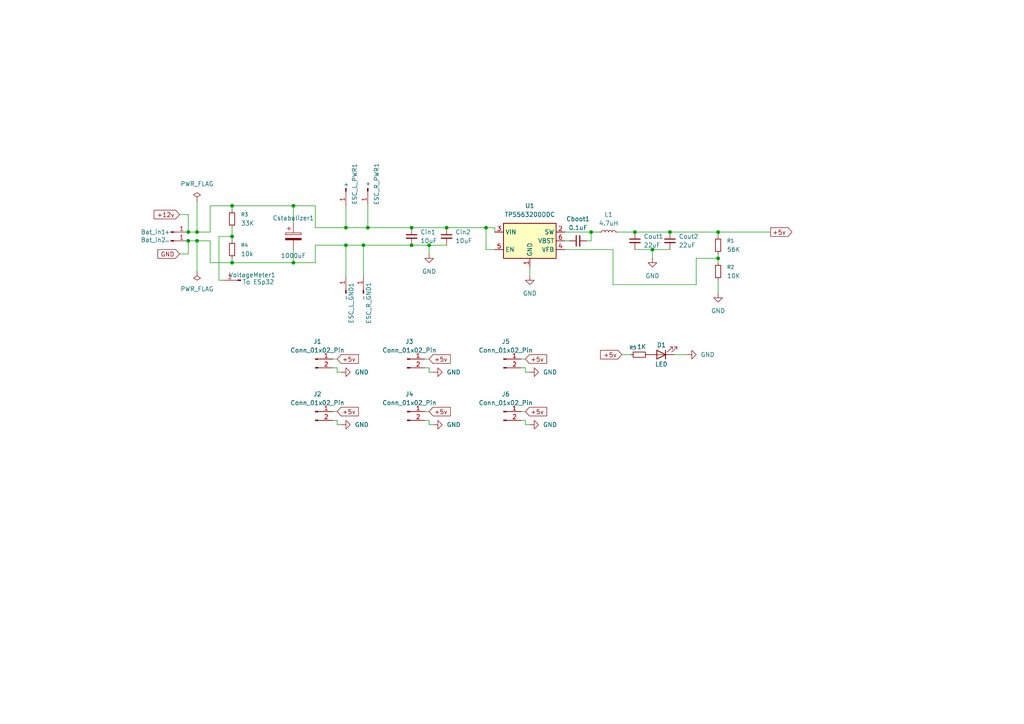
<source format=kicad_sch>
(kicad_sch
	(version 20250114)
	(generator "eeschema")
	(generator_version "9.0")
	(uuid "a46b94b9-ba4d-4f4a-8d4c-ad69992d3f5a")
	(paper "A4")
	(lib_symbols
		(symbol "Connector:Conn_01x01_Pin"
			(pin_names
				(offset 1.016)
				(hide yes)
			)
			(exclude_from_sim no)
			(in_bom yes)
			(on_board yes)
			(property "Reference" "J"
				(at 0 2.54 0)
				(effects
					(font
						(size 1.27 1.27)
					)
				)
			)
			(property "Value" "Conn_01x01_Pin"
				(at 0 -2.54 0)
				(effects
					(font
						(size 1.27 1.27)
					)
				)
			)
			(property "Footprint" ""
				(at 0 0 0)
				(effects
					(font
						(size 1.27 1.27)
					)
					(hide yes)
				)
			)
			(property "Datasheet" "~"
				(at 0 0 0)
				(effects
					(font
						(size 1.27 1.27)
					)
					(hide yes)
				)
			)
			(property "Description" "Generic connector, single row, 01x01, script generated"
				(at 0 0 0)
				(effects
					(font
						(size 1.27 1.27)
					)
					(hide yes)
				)
			)
			(property "ki_locked" ""
				(at 0 0 0)
				(effects
					(font
						(size 1.27 1.27)
					)
				)
			)
			(property "ki_keywords" "connector"
				(at 0 0 0)
				(effects
					(font
						(size 1.27 1.27)
					)
					(hide yes)
				)
			)
			(property "ki_fp_filters" "Connector*:*_1x??_*"
				(at 0 0 0)
				(effects
					(font
						(size 1.27 1.27)
					)
					(hide yes)
				)
			)
			(symbol "Conn_01x01_Pin_1_1"
				(rectangle
					(start 0.8636 0.127)
					(end 0 -0.127)
					(stroke
						(width 0.1524)
						(type default)
					)
					(fill
						(type outline)
					)
				)
				(polyline
					(pts
						(xy 1.27 0) (xy 0.8636 0)
					)
					(stroke
						(width 0.1524)
						(type default)
					)
					(fill
						(type none)
					)
				)
				(pin passive line
					(at 5.08 0 180)
					(length 3.81)
					(name "Pin_1"
						(effects
							(font
								(size 1.27 1.27)
							)
						)
					)
					(number "1"
						(effects
							(font
								(size 1.27 1.27)
							)
						)
					)
				)
			)
			(embedded_fonts no)
		)
		(symbol "Connector:Conn_01x02_Pin"
			(pin_names
				(offset 1.016)
				(hide yes)
			)
			(exclude_from_sim no)
			(in_bom yes)
			(on_board yes)
			(property "Reference" "J"
				(at 0 2.54 0)
				(effects
					(font
						(size 1.27 1.27)
					)
				)
			)
			(property "Value" "Conn_01x02_Pin"
				(at 0 -5.08 0)
				(effects
					(font
						(size 1.27 1.27)
					)
				)
			)
			(property "Footprint" ""
				(at 0 0 0)
				(effects
					(font
						(size 1.27 1.27)
					)
					(hide yes)
				)
			)
			(property "Datasheet" "~"
				(at 0 0 0)
				(effects
					(font
						(size 1.27 1.27)
					)
					(hide yes)
				)
			)
			(property "Description" "Generic connector, single row, 01x02, script generated"
				(at 0 0 0)
				(effects
					(font
						(size 1.27 1.27)
					)
					(hide yes)
				)
			)
			(property "ki_locked" ""
				(at 0 0 0)
				(effects
					(font
						(size 1.27 1.27)
					)
				)
			)
			(property "ki_keywords" "connector"
				(at 0 0 0)
				(effects
					(font
						(size 1.27 1.27)
					)
					(hide yes)
				)
			)
			(property "ki_fp_filters" "Connector*:*_1x??_*"
				(at 0 0 0)
				(effects
					(font
						(size 1.27 1.27)
					)
					(hide yes)
				)
			)
			(symbol "Conn_01x02_Pin_1_1"
				(rectangle
					(start 0.8636 0.127)
					(end 0 -0.127)
					(stroke
						(width 0.1524)
						(type default)
					)
					(fill
						(type outline)
					)
				)
				(rectangle
					(start 0.8636 -2.413)
					(end 0 -2.667)
					(stroke
						(width 0.1524)
						(type default)
					)
					(fill
						(type outline)
					)
				)
				(polyline
					(pts
						(xy 1.27 0) (xy 0.8636 0)
					)
					(stroke
						(width 0.1524)
						(type default)
					)
					(fill
						(type none)
					)
				)
				(polyline
					(pts
						(xy 1.27 -2.54) (xy 0.8636 -2.54)
					)
					(stroke
						(width 0.1524)
						(type default)
					)
					(fill
						(type none)
					)
				)
				(pin passive line
					(at 5.08 0 180)
					(length 3.81)
					(name "Pin_1"
						(effects
							(font
								(size 1.27 1.27)
							)
						)
					)
					(number "1"
						(effects
							(font
								(size 1.27 1.27)
							)
						)
					)
				)
				(pin passive line
					(at 5.08 -2.54 180)
					(length 3.81)
					(name "Pin_2"
						(effects
							(font
								(size 1.27 1.27)
							)
						)
					)
					(number "2"
						(effects
							(font
								(size 1.27 1.27)
							)
						)
					)
				)
			)
			(embedded_fonts no)
		)
		(symbol "Device:C_Polarized"
			(pin_numbers
				(hide yes)
			)
			(pin_names
				(offset 0.254)
			)
			(exclude_from_sim no)
			(in_bom yes)
			(on_board yes)
			(property "Reference" "C"
				(at 0.635 2.54 0)
				(effects
					(font
						(size 1.27 1.27)
					)
					(justify left)
				)
			)
			(property "Value" "C_Polarized"
				(at 0.635 -2.54 0)
				(effects
					(font
						(size 1.27 1.27)
					)
					(justify left)
				)
			)
			(property "Footprint" ""
				(at 0.9652 -3.81 0)
				(effects
					(font
						(size 1.27 1.27)
					)
					(hide yes)
				)
			)
			(property "Datasheet" "~"
				(at 0 0 0)
				(effects
					(font
						(size 1.27 1.27)
					)
					(hide yes)
				)
			)
			(property "Description" "Polarized capacitor"
				(at 0 0 0)
				(effects
					(font
						(size 1.27 1.27)
					)
					(hide yes)
				)
			)
			(property "ki_keywords" "cap capacitor"
				(at 0 0 0)
				(effects
					(font
						(size 1.27 1.27)
					)
					(hide yes)
				)
			)
			(property "ki_fp_filters" "CP_*"
				(at 0 0 0)
				(effects
					(font
						(size 1.27 1.27)
					)
					(hide yes)
				)
			)
			(symbol "C_Polarized_0_1"
				(rectangle
					(start -2.286 0.508)
					(end 2.286 1.016)
					(stroke
						(width 0)
						(type default)
					)
					(fill
						(type none)
					)
				)
				(polyline
					(pts
						(xy -1.778 2.286) (xy -0.762 2.286)
					)
					(stroke
						(width 0)
						(type default)
					)
					(fill
						(type none)
					)
				)
				(polyline
					(pts
						(xy -1.27 2.794) (xy -1.27 1.778)
					)
					(stroke
						(width 0)
						(type default)
					)
					(fill
						(type none)
					)
				)
				(rectangle
					(start 2.286 -0.508)
					(end -2.286 -1.016)
					(stroke
						(width 0)
						(type default)
					)
					(fill
						(type outline)
					)
				)
			)
			(symbol "C_Polarized_1_1"
				(pin passive line
					(at 0 3.81 270)
					(length 2.794)
					(name "~"
						(effects
							(font
								(size 1.27 1.27)
							)
						)
					)
					(number "1"
						(effects
							(font
								(size 1.27 1.27)
							)
						)
					)
				)
				(pin passive line
					(at 0 -3.81 90)
					(length 2.794)
					(name "~"
						(effects
							(font
								(size 1.27 1.27)
							)
						)
					)
					(number "2"
						(effects
							(font
								(size 1.27 1.27)
							)
						)
					)
				)
			)
			(embedded_fonts no)
		)
		(symbol "Device:C_Small"
			(pin_numbers
				(hide yes)
			)
			(pin_names
				(offset 0.254)
				(hide yes)
			)
			(exclude_from_sim no)
			(in_bom yes)
			(on_board yes)
			(property "Reference" "C"
				(at 0.254 1.778 0)
				(effects
					(font
						(size 1.27 1.27)
					)
					(justify left)
				)
			)
			(property "Value" "C_Small"
				(at 0.254 -2.032 0)
				(effects
					(font
						(size 1.27 1.27)
					)
					(justify left)
				)
			)
			(property "Footprint" ""
				(at 0 0 0)
				(effects
					(font
						(size 1.27 1.27)
					)
					(hide yes)
				)
			)
			(property "Datasheet" "~"
				(at 0 0 0)
				(effects
					(font
						(size 1.27 1.27)
					)
					(hide yes)
				)
			)
			(property "Description" "Unpolarized capacitor, small symbol"
				(at 0 0 0)
				(effects
					(font
						(size 1.27 1.27)
					)
					(hide yes)
				)
			)
			(property "ki_keywords" "capacitor cap"
				(at 0 0 0)
				(effects
					(font
						(size 1.27 1.27)
					)
					(hide yes)
				)
			)
			(property "ki_fp_filters" "C_*"
				(at 0 0 0)
				(effects
					(font
						(size 1.27 1.27)
					)
					(hide yes)
				)
			)
			(symbol "C_Small_0_1"
				(polyline
					(pts
						(xy -1.524 0.508) (xy 1.524 0.508)
					)
					(stroke
						(width 0.3048)
						(type default)
					)
					(fill
						(type none)
					)
				)
				(polyline
					(pts
						(xy -1.524 -0.508) (xy 1.524 -0.508)
					)
					(stroke
						(width 0.3302)
						(type default)
					)
					(fill
						(type none)
					)
				)
			)
			(symbol "C_Small_1_1"
				(pin passive line
					(at 0 2.54 270)
					(length 2.032)
					(name "~"
						(effects
							(font
								(size 1.27 1.27)
							)
						)
					)
					(number "1"
						(effects
							(font
								(size 1.27 1.27)
							)
						)
					)
				)
				(pin passive line
					(at 0 -2.54 90)
					(length 2.032)
					(name "~"
						(effects
							(font
								(size 1.27 1.27)
							)
						)
					)
					(number "2"
						(effects
							(font
								(size 1.27 1.27)
							)
						)
					)
				)
			)
			(embedded_fonts no)
		)
		(symbol "Device:LED"
			(pin_numbers
				(hide yes)
			)
			(pin_names
				(offset 1.016)
				(hide yes)
			)
			(exclude_from_sim no)
			(in_bom yes)
			(on_board yes)
			(property "Reference" "D"
				(at 0 2.54 0)
				(effects
					(font
						(size 1.27 1.27)
					)
				)
			)
			(property "Value" "LED"
				(at 0 -2.54 0)
				(effects
					(font
						(size 1.27 1.27)
					)
				)
			)
			(property "Footprint" ""
				(at 0 0 0)
				(effects
					(font
						(size 1.27 1.27)
					)
					(hide yes)
				)
			)
			(property "Datasheet" "~"
				(at 0 0 0)
				(effects
					(font
						(size 1.27 1.27)
					)
					(hide yes)
				)
			)
			(property "Description" "Light emitting diode"
				(at 0 0 0)
				(effects
					(font
						(size 1.27 1.27)
					)
					(hide yes)
				)
			)
			(property "Sim.Pins" "1=K 2=A"
				(at 0 0 0)
				(effects
					(font
						(size 1.27 1.27)
					)
					(hide yes)
				)
			)
			(property "ki_keywords" "LED diode"
				(at 0 0 0)
				(effects
					(font
						(size 1.27 1.27)
					)
					(hide yes)
				)
			)
			(property "ki_fp_filters" "LED* LED_SMD:* LED_THT:*"
				(at 0 0 0)
				(effects
					(font
						(size 1.27 1.27)
					)
					(hide yes)
				)
			)
			(symbol "LED_0_1"
				(polyline
					(pts
						(xy -3.048 -0.762) (xy -4.572 -2.286) (xy -3.81 -2.286) (xy -4.572 -2.286) (xy -4.572 -1.524)
					)
					(stroke
						(width 0)
						(type default)
					)
					(fill
						(type none)
					)
				)
				(polyline
					(pts
						(xy -1.778 -0.762) (xy -3.302 -2.286) (xy -2.54 -2.286) (xy -3.302 -2.286) (xy -3.302 -1.524)
					)
					(stroke
						(width 0)
						(type default)
					)
					(fill
						(type none)
					)
				)
				(polyline
					(pts
						(xy -1.27 0) (xy 1.27 0)
					)
					(stroke
						(width 0)
						(type default)
					)
					(fill
						(type none)
					)
				)
				(polyline
					(pts
						(xy -1.27 -1.27) (xy -1.27 1.27)
					)
					(stroke
						(width 0.254)
						(type default)
					)
					(fill
						(type none)
					)
				)
				(polyline
					(pts
						(xy 1.27 -1.27) (xy 1.27 1.27) (xy -1.27 0) (xy 1.27 -1.27)
					)
					(stroke
						(width 0.254)
						(type default)
					)
					(fill
						(type none)
					)
				)
			)
			(symbol "LED_1_1"
				(pin passive line
					(at -3.81 0 0)
					(length 2.54)
					(name "K"
						(effects
							(font
								(size 1.27 1.27)
							)
						)
					)
					(number "1"
						(effects
							(font
								(size 1.27 1.27)
							)
						)
					)
				)
				(pin passive line
					(at 3.81 0 180)
					(length 2.54)
					(name "A"
						(effects
							(font
								(size 1.27 1.27)
							)
						)
					)
					(number "2"
						(effects
							(font
								(size 1.27 1.27)
							)
						)
					)
				)
			)
			(embedded_fonts no)
		)
		(symbol "Device:L_Small"
			(pin_numbers
				(hide yes)
			)
			(pin_names
				(offset 0.254)
				(hide yes)
			)
			(exclude_from_sim no)
			(in_bom yes)
			(on_board yes)
			(property "Reference" "L"
				(at 0.762 1.016 0)
				(effects
					(font
						(size 1.27 1.27)
					)
					(justify left)
				)
			)
			(property "Value" "L_Small"
				(at 0.762 -1.016 0)
				(effects
					(font
						(size 1.27 1.27)
					)
					(justify left)
				)
			)
			(property "Footprint" ""
				(at 0 0 0)
				(effects
					(font
						(size 1.27 1.27)
					)
					(hide yes)
				)
			)
			(property "Datasheet" "~"
				(at 0 0 0)
				(effects
					(font
						(size 1.27 1.27)
					)
					(hide yes)
				)
			)
			(property "Description" "Inductor, small symbol"
				(at 0 0 0)
				(effects
					(font
						(size 1.27 1.27)
					)
					(hide yes)
				)
			)
			(property "ki_keywords" "inductor choke coil reactor magnetic"
				(at 0 0 0)
				(effects
					(font
						(size 1.27 1.27)
					)
					(hide yes)
				)
			)
			(property "ki_fp_filters" "Choke_* *Coil* Inductor_* L_*"
				(at 0 0 0)
				(effects
					(font
						(size 1.27 1.27)
					)
					(hide yes)
				)
			)
			(symbol "L_Small_0_1"
				(arc
					(start 0 2.032)
					(mid 0.5058 1.524)
					(end 0 1.016)
					(stroke
						(width 0)
						(type default)
					)
					(fill
						(type none)
					)
				)
				(arc
					(start 0 1.016)
					(mid 0.5058 0.508)
					(end 0 0)
					(stroke
						(width 0)
						(type default)
					)
					(fill
						(type none)
					)
				)
				(arc
					(start 0 0)
					(mid 0.5058 -0.508)
					(end 0 -1.016)
					(stroke
						(width 0)
						(type default)
					)
					(fill
						(type none)
					)
				)
				(arc
					(start 0 -1.016)
					(mid 0.5058 -1.524)
					(end 0 -2.032)
					(stroke
						(width 0)
						(type default)
					)
					(fill
						(type none)
					)
				)
			)
			(symbol "L_Small_1_1"
				(pin passive line
					(at 0 2.54 270)
					(length 0.508)
					(name "~"
						(effects
							(font
								(size 1.27 1.27)
							)
						)
					)
					(number "1"
						(effects
							(font
								(size 1.27 1.27)
							)
						)
					)
				)
				(pin passive line
					(at 0 -2.54 90)
					(length 0.508)
					(name "~"
						(effects
							(font
								(size 1.27 1.27)
							)
						)
					)
					(number "2"
						(effects
							(font
								(size 1.27 1.27)
							)
						)
					)
				)
			)
			(embedded_fonts no)
		)
		(symbol "Device:R_Small"
			(pin_numbers
				(hide yes)
			)
			(pin_names
				(offset 0.254)
				(hide yes)
			)
			(exclude_from_sim no)
			(in_bom yes)
			(on_board yes)
			(property "Reference" "R"
				(at 0 0 90)
				(effects
					(font
						(size 1.016 1.016)
					)
				)
			)
			(property "Value" "R_Small"
				(at 1.778 0 90)
				(effects
					(font
						(size 1.27 1.27)
					)
				)
			)
			(property "Footprint" ""
				(at 0 0 0)
				(effects
					(font
						(size 1.27 1.27)
					)
					(hide yes)
				)
			)
			(property "Datasheet" "~"
				(at 0 0 0)
				(effects
					(font
						(size 1.27 1.27)
					)
					(hide yes)
				)
			)
			(property "Description" "Resistor, small symbol"
				(at 0 0 0)
				(effects
					(font
						(size 1.27 1.27)
					)
					(hide yes)
				)
			)
			(property "ki_keywords" "R resistor"
				(at 0 0 0)
				(effects
					(font
						(size 1.27 1.27)
					)
					(hide yes)
				)
			)
			(property "ki_fp_filters" "R_*"
				(at 0 0 0)
				(effects
					(font
						(size 1.27 1.27)
					)
					(hide yes)
				)
			)
			(symbol "R_Small_0_1"
				(rectangle
					(start -0.762 1.778)
					(end 0.762 -1.778)
					(stroke
						(width 0.2032)
						(type default)
					)
					(fill
						(type none)
					)
				)
			)
			(symbol "R_Small_1_1"
				(pin passive line
					(at 0 2.54 270)
					(length 0.762)
					(name "~"
						(effects
							(font
								(size 1.27 1.27)
							)
						)
					)
					(number "1"
						(effects
							(font
								(size 1.27 1.27)
							)
						)
					)
				)
				(pin passive line
					(at 0 -2.54 90)
					(length 0.762)
					(name "~"
						(effects
							(font
								(size 1.27 1.27)
							)
						)
					)
					(number "2"
						(effects
							(font
								(size 1.27 1.27)
							)
						)
					)
				)
			)
			(embedded_fonts no)
		)
		(symbol "Regulator_Switching:TPS563240DDC"
			(exclude_from_sim no)
			(in_bom yes)
			(on_board yes)
			(property "Reference" "U"
				(at -7.62 6.35 0)
				(effects
					(font
						(size 1.27 1.27)
					)
					(justify left)
				)
			)
			(property "Value" "TPS563240DDC"
				(at -2.54 6.35 0)
				(effects
					(font
						(size 1.27 1.27)
					)
					(justify left)
				)
			)
			(property "Footprint" "Package_TO_SOT_SMD:SOT-23-6"
				(at 1.27 -6.35 0)
				(effects
					(font
						(size 1.27 1.27)
					)
					(justify left)
					(hide yes)
				)
			)
			(property "Datasheet" "www.ti.com/lit/ds/symlink/tps563240.pdf"
				(at 0 0 0)
				(effects
					(font
						(size 1.27 1.27)
					)
					(hide yes)
				)
			)
			(property "Description" "3A Synchronous Step-Down Voltage Regulator, Adjustable Output Voltage, 4.5-17V Input Voltage, SOT-23-6"
				(at 0 0 0)
				(effects
					(font
						(size 1.27 1.27)
					)
					(hide yes)
				)
			)
			(property "ki_keywords" "step-down dcdc voltage regulator"
				(at 0 0 0)
				(effects
					(font
						(size 1.27 1.27)
					)
					(hide yes)
				)
			)
			(property "ki_fp_filters" "SOT?23*"
				(at 0 0 0)
				(effects
					(font
						(size 1.27 1.27)
					)
					(hide yes)
				)
			)
			(symbol "TPS563240DDC_0_1"
				(rectangle
					(start -7.62 5.08)
					(end 7.62 -5.08)
					(stroke
						(width 0.254)
						(type default)
					)
					(fill
						(type background)
					)
				)
			)
			(symbol "TPS563240DDC_1_1"
				(pin power_in line
					(at -10.16 2.54 0)
					(length 2.54)
					(name "VIN"
						(effects
							(font
								(size 1.27 1.27)
							)
						)
					)
					(number "3"
						(effects
							(font
								(size 1.27 1.27)
							)
						)
					)
				)
				(pin input line
					(at -10.16 -2.54 0)
					(length 2.54)
					(name "EN"
						(effects
							(font
								(size 1.27 1.27)
							)
						)
					)
					(number "5"
						(effects
							(font
								(size 1.27 1.27)
							)
						)
					)
				)
				(pin power_in line
					(at 0 -7.62 90)
					(length 2.54)
					(name "GND"
						(effects
							(font
								(size 1.27 1.27)
							)
						)
					)
					(number "1"
						(effects
							(font
								(size 1.27 1.27)
							)
						)
					)
				)
				(pin output line
					(at 10.16 2.54 180)
					(length 2.54)
					(name "SW"
						(effects
							(font
								(size 1.27 1.27)
							)
						)
					)
					(number "2"
						(effects
							(font
								(size 1.27 1.27)
							)
						)
					)
				)
				(pin passive line
					(at 10.16 0 180)
					(length 2.54)
					(name "VBST"
						(effects
							(font
								(size 1.27 1.27)
							)
						)
					)
					(number "6"
						(effects
							(font
								(size 1.27 1.27)
							)
						)
					)
				)
				(pin input line
					(at 10.16 -2.54 180)
					(length 2.54)
					(name "VFB"
						(effects
							(font
								(size 1.27 1.27)
							)
						)
					)
					(number "4"
						(effects
							(font
								(size 1.27 1.27)
							)
						)
					)
				)
			)
			(embedded_fonts no)
		)
		(symbol "power:GND"
			(power)
			(pin_numbers
				(hide yes)
			)
			(pin_names
				(offset 0)
				(hide yes)
			)
			(exclude_from_sim no)
			(in_bom yes)
			(on_board yes)
			(property "Reference" "#PWR"
				(at 0 -6.35 0)
				(effects
					(font
						(size 1.27 1.27)
					)
					(hide yes)
				)
			)
			(property "Value" "GND"
				(at 0 -3.81 0)
				(effects
					(font
						(size 1.27 1.27)
					)
				)
			)
			(property "Footprint" ""
				(at 0 0 0)
				(effects
					(font
						(size 1.27 1.27)
					)
					(hide yes)
				)
			)
			(property "Datasheet" ""
				(at 0 0 0)
				(effects
					(font
						(size 1.27 1.27)
					)
					(hide yes)
				)
			)
			(property "Description" "Power symbol creates a global label with name \"GND\" , ground"
				(at 0 0 0)
				(effects
					(font
						(size 1.27 1.27)
					)
					(hide yes)
				)
			)
			(property "ki_keywords" "global power"
				(at 0 0 0)
				(effects
					(font
						(size 1.27 1.27)
					)
					(hide yes)
				)
			)
			(symbol "GND_0_1"
				(polyline
					(pts
						(xy 0 0) (xy 0 -1.27) (xy 1.27 -1.27) (xy 0 -2.54) (xy -1.27 -1.27) (xy 0 -1.27)
					)
					(stroke
						(width 0)
						(type default)
					)
					(fill
						(type none)
					)
				)
			)
			(symbol "GND_1_1"
				(pin power_in line
					(at 0 0 270)
					(length 0)
					(name "~"
						(effects
							(font
								(size 1.27 1.27)
							)
						)
					)
					(number "1"
						(effects
							(font
								(size 1.27 1.27)
							)
						)
					)
				)
			)
			(embedded_fonts no)
		)
		(symbol "power:PWR_FLAG"
			(power)
			(pin_numbers
				(hide yes)
			)
			(pin_names
				(offset 0)
				(hide yes)
			)
			(exclude_from_sim no)
			(in_bom yes)
			(on_board yes)
			(property "Reference" "#FLG"
				(at 0 1.905 0)
				(effects
					(font
						(size 1.27 1.27)
					)
					(hide yes)
				)
			)
			(property "Value" "PWR_FLAG"
				(at 0 3.81 0)
				(effects
					(font
						(size 1.27 1.27)
					)
				)
			)
			(property "Footprint" ""
				(at 0 0 0)
				(effects
					(font
						(size 1.27 1.27)
					)
					(hide yes)
				)
			)
			(property "Datasheet" "~"
				(at 0 0 0)
				(effects
					(font
						(size 1.27 1.27)
					)
					(hide yes)
				)
			)
			(property "Description" "Special symbol for telling ERC where power comes from"
				(at 0 0 0)
				(effects
					(font
						(size 1.27 1.27)
					)
					(hide yes)
				)
			)
			(property "ki_keywords" "flag power"
				(at 0 0 0)
				(effects
					(font
						(size 1.27 1.27)
					)
					(hide yes)
				)
			)
			(symbol "PWR_FLAG_0_0"
				(pin power_out line
					(at 0 0 90)
					(length 0)
					(name "~"
						(effects
							(font
								(size 1.27 1.27)
							)
						)
					)
					(number "1"
						(effects
							(font
								(size 1.27 1.27)
							)
						)
					)
				)
			)
			(symbol "PWR_FLAG_0_1"
				(polyline
					(pts
						(xy 0 0) (xy 0 1.27) (xy -1.016 1.905) (xy 0 2.54) (xy 1.016 1.905) (xy 0 1.27)
					)
					(stroke
						(width 0)
						(type default)
					)
					(fill
						(type none)
					)
				)
			)
			(embedded_fonts no)
		)
	)
	(junction
		(at 119.38 66.04)
		(diameter 0)
		(color 0 0 0 0)
		(uuid "074de39b-be5d-488f-8648-bc5fa13f7544")
	)
	(junction
		(at 105.41 71.12)
		(diameter 0)
		(color 0 0 0 0)
		(uuid "0dbf6509-e167-44cd-8363-ec6493dd4b5b")
	)
	(junction
		(at 67.31 59.69)
		(diameter 0)
		(color 0 0 0 0)
		(uuid "155f9b19-bdfd-4b59-ba71-24e65ccd34b1")
	)
	(junction
		(at 106.68 66.04)
		(diameter 0)
		(color 0 0 0 0)
		(uuid "2e9b9f31-22df-43ca-b240-3aa238b20aa2")
	)
	(junction
		(at 54.61 69.85)
		(diameter 0)
		(color 0 0 0 0)
		(uuid "3667bf69-3e22-4fa5-97e7-e69f9dbf4bd9")
	)
	(junction
		(at 67.31 68.58)
		(diameter 0)
		(color 0 0 0 0)
		(uuid "3cc66d47-839c-4939-90cb-a7a0342cfcca")
	)
	(junction
		(at 208.28 74.93)
		(diameter 0)
		(color 0 0 0 0)
		(uuid "5eebb974-95f9-40f9-8717-ba654cb8166e")
	)
	(junction
		(at 67.31 76.2)
		(diameter 0)
		(color 0 0 0 0)
		(uuid "6889ad5c-a4ed-4d7d-9174-3377b2f1394f")
	)
	(junction
		(at 119.38 71.12)
		(diameter 0)
		(color 0 0 0 0)
		(uuid "6f13cbb8-d90c-43da-b3c0-c855d183a1fb")
	)
	(junction
		(at 140.97 66.04)
		(diameter 0)
		(color 0 0 0 0)
		(uuid "7a5cfa23-78f6-43a6-b4ff-3d8f5ae771ac")
	)
	(junction
		(at 100.33 66.04)
		(diameter 0)
		(color 0 0 0 0)
		(uuid "7db75f37-95bd-4e7e-a421-eae97ea82308")
	)
	(junction
		(at 57.15 67.31)
		(diameter 0)
		(color 0 0 0 0)
		(uuid "855bb636-38dc-43fd-83cd-971cd566feb5")
	)
	(junction
		(at 124.46 71.12)
		(diameter 0)
		(color 0 0 0 0)
		(uuid "8f09395d-33e5-45db-9142-8bd9bd664c14")
	)
	(junction
		(at 54.61 67.31)
		(diameter 0)
		(color 0 0 0 0)
		(uuid "919515b4-e765-44c6-a376-63abdf670c60")
	)
	(junction
		(at 194.31 67.31)
		(diameter 0)
		(color 0 0 0 0)
		(uuid "97a46321-8f78-46d1-a6f3-712917c05a1e")
	)
	(junction
		(at 189.23 72.39)
		(diameter 0)
		(color 0 0 0 0)
		(uuid "9865b77d-5599-4318-886a-7facda1e79c6")
	)
	(junction
		(at 184.15 67.31)
		(diameter 0)
		(color 0 0 0 0)
		(uuid "a247680d-46e3-4ecd-8619-5a4acd8c0d61")
	)
	(junction
		(at 208.28 67.31)
		(diameter 0)
		(color 0 0 0 0)
		(uuid "c4502b58-b493-4959-8bc3-ef73aa64f2a4")
	)
	(junction
		(at 85.09 76.2)
		(diameter 0)
		(color 0 0 0 0)
		(uuid "c8547e6d-2c56-4c27-83d4-524563a46341")
	)
	(junction
		(at 171.45 67.31)
		(diameter 0)
		(color 0 0 0 0)
		(uuid "cb9a3df6-2a02-47ce-a3b7-58d9ea164306")
	)
	(junction
		(at 57.15 69.85)
		(diameter 0)
		(color 0 0 0 0)
		(uuid "d0648a0c-cb60-4150-83f9-ab8dd04de545")
	)
	(junction
		(at 85.09 59.69)
		(diameter 0)
		(color 0 0 0 0)
		(uuid "ea7489b1-6a8c-41bd-bb10-0f72db23fc2a")
	)
	(junction
		(at 129.54 66.04)
		(diameter 0)
		(color 0 0 0 0)
		(uuid "efa6f092-f0aa-427d-83e6-79502d1df640")
	)
	(junction
		(at 100.33 71.12)
		(diameter 0)
		(color 0 0 0 0)
		(uuid "f33600c7-7dd8-4e7a-83bd-63223c3cdc88")
	)
	(wire
		(pts
			(xy 195.58 102.87) (xy 199.39 102.87)
		)
		(stroke
			(width 0)
			(type default)
		)
		(uuid "027e4645-37b1-427f-9c5b-cb285923905c")
	)
	(wire
		(pts
			(xy 152.4 121.92) (xy 152.4 123.19)
		)
		(stroke
			(width 0)
			(type default)
		)
		(uuid "068fc88f-8f61-4d20-a61b-5dfc6ae1da81")
	)
	(wire
		(pts
			(xy 124.46 107.95) (xy 125.73 107.95)
		)
		(stroke
			(width 0)
			(type default)
		)
		(uuid "09be62cb-b647-4139-8725-3bbfe09b1630")
	)
	(wire
		(pts
			(xy 100.33 59.69) (xy 100.33 66.04)
		)
		(stroke
			(width 0)
			(type default)
		)
		(uuid "0cf805ec-c600-4e8b-be4c-3c22f461e181")
	)
	(wire
		(pts
			(xy 67.31 76.2) (xy 85.09 76.2)
		)
		(stroke
			(width 0)
			(type default)
		)
		(uuid "0d41d5d7-9122-4d34-99b0-d425faf24039")
	)
	(wire
		(pts
			(xy 129.54 66.04) (xy 140.97 66.04)
		)
		(stroke
			(width 0)
			(type default)
		)
		(uuid "0e673e81-33c8-4778-881f-f3e1d7271519")
	)
	(wire
		(pts
			(xy 201.93 74.93) (xy 208.28 74.93)
		)
		(stroke
			(width 0)
			(type default)
		)
		(uuid "1232e205-f046-45e0-97ce-950e314ca14b")
	)
	(wire
		(pts
			(xy 96.52 104.14) (xy 97.79 104.14)
		)
		(stroke
			(width 0)
			(type default)
		)
		(uuid "130c94c7-c526-4174-823a-2b45a33de107")
	)
	(wire
		(pts
			(xy 208.28 74.93) (xy 208.28 76.2)
		)
		(stroke
			(width 0)
			(type default)
		)
		(uuid "16db91d3-b490-483c-8278-963f3bd2e345")
	)
	(wire
		(pts
			(xy 152.4 106.68) (xy 152.4 107.95)
		)
		(stroke
			(width 0)
			(type default)
		)
		(uuid "1c4c3953-8261-4b5b-b9f1-b1355111087f")
	)
	(wire
		(pts
			(xy 194.31 67.31) (xy 208.28 67.31)
		)
		(stroke
			(width 0)
			(type default)
		)
		(uuid "1d6c961e-8fb1-479d-9576-cd208eb0bc64")
	)
	(wire
		(pts
			(xy 85.09 59.69) (xy 91.44 59.69)
		)
		(stroke
			(width 0)
			(type default)
		)
		(uuid "1eae4408-d46d-4466-bf07-a171350ec8b0")
	)
	(wire
		(pts
			(xy 151.13 106.68) (xy 152.4 106.68)
		)
		(stroke
			(width 0)
			(type default)
		)
		(uuid "213f937f-2447-4b10-87a5-5683d03029f4")
	)
	(wire
		(pts
			(xy 119.38 66.04) (xy 129.54 66.04)
		)
		(stroke
			(width 0)
			(type default)
		)
		(uuid "229a51f4-52e6-4cbf-a4c4-7dce9c02c052")
	)
	(wire
		(pts
			(xy 67.31 59.69) (xy 85.09 59.69)
		)
		(stroke
			(width 0)
			(type default)
		)
		(uuid "2523a00a-fa06-419e-b753-00baa103cef1")
	)
	(wire
		(pts
			(xy 124.46 123.19) (xy 125.73 123.19)
		)
		(stroke
			(width 0)
			(type default)
		)
		(uuid "2d0037d4-6b55-485a-8adc-a7967e23fbdf")
	)
	(wire
		(pts
			(xy 85.09 76.2) (xy 91.44 76.2)
		)
		(stroke
			(width 0)
			(type default)
		)
		(uuid "2f7723fc-fe20-4d6b-a29d-c38fda712593")
	)
	(wire
		(pts
			(xy 163.83 72.39) (xy 177.8 72.39)
		)
		(stroke
			(width 0)
			(type default)
		)
		(uuid "30bf2eb8-74ac-4491-b2d5-bb85ff1fc1a1")
	)
	(wire
		(pts
			(xy 91.44 76.2) (xy 91.44 71.12)
		)
		(stroke
			(width 0)
			(type default)
		)
		(uuid "32ccd5df-1173-4b1a-abac-7ade932a7461")
	)
	(wire
		(pts
			(xy 63.5 81.28) (xy 64.77 81.28)
		)
		(stroke
			(width 0)
			(type default)
		)
		(uuid "3591b923-6193-49b7-8f2e-c65366c04be9")
	)
	(wire
		(pts
			(xy 60.96 67.31) (xy 60.96 59.69)
		)
		(stroke
			(width 0)
			(type default)
		)
		(uuid "35ad8781-eb87-47bc-a9e1-d509f2c6a395")
	)
	(wire
		(pts
			(xy 67.31 68.58) (xy 63.5 68.58)
		)
		(stroke
			(width 0)
			(type default)
		)
		(uuid "395a6d40-03a0-4043-a2a8-8ab286e5cb6b")
	)
	(wire
		(pts
			(xy 96.52 121.92) (xy 97.79 121.92)
		)
		(stroke
			(width 0)
			(type default)
		)
		(uuid "3aecaf5c-199c-4aaf-984b-6e34f65cd586")
	)
	(wire
		(pts
			(xy 163.83 69.85) (xy 165.1 69.85)
		)
		(stroke
			(width 0)
			(type default)
		)
		(uuid "3c4d9b82-ec9b-4d37-8aae-5641a0af1349")
	)
	(wire
		(pts
			(xy 60.96 69.85) (xy 60.96 76.2)
		)
		(stroke
			(width 0)
			(type default)
		)
		(uuid "412c2559-b691-441e-ac01-aaefcf485015")
	)
	(wire
		(pts
			(xy 184.15 72.39) (xy 189.23 72.39)
		)
		(stroke
			(width 0)
			(type default)
		)
		(uuid "4225f97e-037d-4d3e-89d0-282760ee69fe")
	)
	(wire
		(pts
			(xy 184.15 67.31) (xy 194.31 67.31)
		)
		(stroke
			(width 0)
			(type default)
		)
		(uuid "4bcf0e80-bdaa-4640-b13f-ce1f59ab0127")
	)
	(wire
		(pts
			(xy 57.15 69.85) (xy 57.15 78.74)
		)
		(stroke
			(width 0)
			(type default)
		)
		(uuid "507b60dd-b8bc-44e2-8cf9-ca88e9440d0c")
	)
	(wire
		(pts
			(xy 123.19 104.14) (xy 124.46 104.14)
		)
		(stroke
			(width 0)
			(type default)
		)
		(uuid "531ce61d-36ae-4068-a9c7-2f27f311ea6d")
	)
	(wire
		(pts
			(xy 123.19 121.92) (xy 124.46 121.92)
		)
		(stroke
			(width 0)
			(type default)
		)
		(uuid "53400e75-1ee3-4474-be67-e62b2135742a")
	)
	(wire
		(pts
			(xy 54.61 69.85) (xy 57.15 69.85)
		)
		(stroke
			(width 0)
			(type default)
		)
		(uuid "546bba4f-a3af-4b14-9f6f-e03594cfc10f")
	)
	(wire
		(pts
			(xy 67.31 68.58) (xy 67.31 69.85)
		)
		(stroke
			(width 0)
			(type default)
		)
		(uuid "54e33efb-8983-46ff-ad97-e3a91e4a1a05")
	)
	(wire
		(pts
			(xy 151.13 104.14) (xy 152.4 104.14)
		)
		(stroke
			(width 0)
			(type default)
		)
		(uuid "5668c8ce-ee03-4e88-b5d3-19f7ae7c44cb")
	)
	(wire
		(pts
			(xy 163.83 67.31) (xy 171.45 67.31)
		)
		(stroke
			(width 0)
			(type default)
		)
		(uuid "57cf385c-c7b7-4055-8266-46a2000d8680")
	)
	(wire
		(pts
			(xy 97.79 123.19) (xy 99.06 123.19)
		)
		(stroke
			(width 0)
			(type default)
		)
		(uuid "580d8e64-f945-4dc7-8fd6-0f69ccd500fa")
	)
	(wire
		(pts
			(xy 105.41 71.12) (xy 119.38 71.12)
		)
		(stroke
			(width 0)
			(type default)
		)
		(uuid "5beefae0-4288-4696-b26f-d662493722b1")
	)
	(wire
		(pts
			(xy 153.67 77.47) (xy 153.67 80.01)
		)
		(stroke
			(width 0)
			(type default)
		)
		(uuid "5f3d7bd7-1ff2-48a5-9dd4-6b084abc5471")
	)
	(wire
		(pts
			(xy 124.46 121.92) (xy 124.46 123.19)
		)
		(stroke
			(width 0)
			(type default)
		)
		(uuid "5fe6a52f-a8fe-48d8-aab4-b86049cc1766")
	)
	(wire
		(pts
			(xy 60.96 76.2) (xy 67.31 76.2)
		)
		(stroke
			(width 0)
			(type default)
		)
		(uuid "603cd9f9-22bd-4e38-8f5d-950d07d156f2")
	)
	(wire
		(pts
			(xy 63.5 68.58) (xy 63.5 81.28)
		)
		(stroke
			(width 0)
			(type default)
		)
		(uuid "6076f58c-7ff5-43eb-b130-432561d71aa6")
	)
	(wire
		(pts
			(xy 96.52 119.38) (xy 97.79 119.38)
		)
		(stroke
			(width 0)
			(type default)
		)
		(uuid "627b95ba-bf48-4d40-abb2-30e467acc566")
	)
	(wire
		(pts
			(xy 54.61 67.31) (xy 57.15 67.31)
		)
		(stroke
			(width 0)
			(type default)
		)
		(uuid "6a0d41fd-c499-4df8-b352-e6ceed5a7caa")
	)
	(wire
		(pts
			(xy 177.8 82.55) (xy 201.93 82.55)
		)
		(stroke
			(width 0)
			(type default)
		)
		(uuid "6ed8137c-658c-4ad6-869d-7c95a1094a24")
	)
	(wire
		(pts
			(xy 60.96 59.69) (xy 67.31 59.69)
		)
		(stroke
			(width 0)
			(type default)
		)
		(uuid "6f2e1fec-eb2d-4cb2-a7eb-12b8a5334d11")
	)
	(wire
		(pts
			(xy 140.97 66.04) (xy 140.97 72.39)
		)
		(stroke
			(width 0)
			(type default)
		)
		(uuid "70ac1d19-b3fa-494d-ba74-2acb1a60aecf")
	)
	(wire
		(pts
			(xy 152.4 107.95) (xy 153.67 107.95)
		)
		(stroke
			(width 0)
			(type default)
		)
		(uuid "7537613a-6882-44f3-9010-aa26842cee7d")
	)
	(wire
		(pts
			(xy 54.61 69.85) (xy 54.61 73.66)
		)
		(stroke
			(width 0)
			(type default)
		)
		(uuid "75675487-43d1-48c4-a849-05d911261791")
	)
	(wire
		(pts
			(xy 100.33 80.01) (xy 100.33 71.12)
		)
		(stroke
			(width 0)
			(type default)
		)
		(uuid "77157075-8ce6-4391-b640-e4f59011c62f")
	)
	(wire
		(pts
			(xy 105.41 71.12) (xy 105.41 80.01)
		)
		(stroke
			(width 0)
			(type default)
		)
		(uuid "77197abd-d046-40ff-b9cb-4e87a557ade7")
	)
	(wire
		(pts
			(xy 97.79 107.95) (xy 99.06 107.95)
		)
		(stroke
			(width 0)
			(type default)
		)
		(uuid "77acfd7e-b087-4aab-9014-7111f4ecb530")
	)
	(wire
		(pts
			(xy 124.46 106.68) (xy 124.46 107.95)
		)
		(stroke
			(width 0)
			(type default)
		)
		(uuid "77ee59b1-65c8-4b4d-a1d5-967981bee871")
	)
	(wire
		(pts
			(xy 54.61 73.66) (xy 52.07 73.66)
		)
		(stroke
			(width 0)
			(type default)
		)
		(uuid "77ff803a-2d7e-4a46-af7e-f6073355a950")
	)
	(wire
		(pts
			(xy 189.23 72.39) (xy 189.23 74.93)
		)
		(stroke
			(width 0)
			(type default)
		)
		(uuid "796d850a-9f8e-4a71-8386-e6c8edd27280")
	)
	(wire
		(pts
			(xy 170.18 69.85) (xy 171.45 69.85)
		)
		(stroke
			(width 0)
			(type default)
		)
		(uuid "7d99e9d8-5925-4334-8d6c-b173093e2ede")
	)
	(wire
		(pts
			(xy 179.07 67.31) (xy 184.15 67.31)
		)
		(stroke
			(width 0)
			(type default)
		)
		(uuid "80b9a466-35ea-4a0f-afc4-18b9f97b3c5b")
	)
	(wire
		(pts
			(xy 143.51 66.04) (xy 143.51 67.31)
		)
		(stroke
			(width 0)
			(type default)
		)
		(uuid "822cc914-25f0-41e9-90f3-ed450588007e")
	)
	(wire
		(pts
			(xy 208.28 73.66) (xy 208.28 74.93)
		)
		(stroke
			(width 0)
			(type default)
		)
		(uuid "86ae7810-e536-4cd5-8b0e-c86d41e40142")
	)
	(wire
		(pts
			(xy 91.44 66.04) (xy 100.33 66.04)
		)
		(stroke
			(width 0)
			(type default)
		)
		(uuid "87293071-0a03-424d-a4f5-ba0b46d8ebb2")
	)
	(wire
		(pts
			(xy 52.07 62.23) (xy 54.61 62.23)
		)
		(stroke
			(width 0)
			(type default)
		)
		(uuid "8b3a2cd5-a8f2-4953-a0d8-bcdb81f8d46e")
	)
	(wire
		(pts
			(xy 96.52 106.68) (xy 97.79 106.68)
		)
		(stroke
			(width 0)
			(type default)
		)
		(uuid "8f8cb794-423c-43b3-bb72-b04a04091c75")
	)
	(wire
		(pts
			(xy 57.15 58.42) (xy 57.15 67.31)
		)
		(stroke
			(width 0)
			(type default)
		)
		(uuid "91b3c283-f3ce-4e88-821b-bd3bad89d7f1")
	)
	(wire
		(pts
			(xy 91.44 71.12) (xy 100.33 71.12)
		)
		(stroke
			(width 0)
			(type default)
		)
		(uuid "91feaa1d-c4c3-4f06-ad2f-31d8671b303f")
	)
	(wire
		(pts
			(xy 97.79 121.92) (xy 97.79 123.19)
		)
		(stroke
			(width 0)
			(type default)
		)
		(uuid "930186e1-d3e2-4bb7-8759-55e6cbeed8fa")
	)
	(wire
		(pts
			(xy 152.4 123.19) (xy 153.67 123.19)
		)
		(stroke
			(width 0)
			(type default)
		)
		(uuid "9627cc48-1a31-4d8b-8179-01d9ccea7100")
	)
	(wire
		(pts
			(xy 189.23 72.39) (xy 194.31 72.39)
		)
		(stroke
			(width 0)
			(type default)
		)
		(uuid "96e037ae-ee20-4ced-822a-5a5a0b298d04")
	)
	(wire
		(pts
			(xy 91.44 59.69) (xy 91.44 66.04)
		)
		(stroke
			(width 0)
			(type default)
		)
		(uuid "9946610f-b372-4293-b590-8b2dc53596a5")
	)
	(wire
		(pts
			(xy 201.93 82.55) (xy 201.93 74.93)
		)
		(stroke
			(width 0)
			(type default)
		)
		(uuid "995862fb-023c-4fe5-9e23-62e669a7526a")
	)
	(wire
		(pts
			(xy 180.34 102.87) (xy 182.88 102.87)
		)
		(stroke
			(width 0)
			(type default)
		)
		(uuid "9958ca88-b495-403b-9d40-e2119c854215")
	)
	(wire
		(pts
			(xy 208.28 81.28) (xy 208.28 85.09)
		)
		(stroke
			(width 0)
			(type default)
		)
		(uuid "99942789-b33f-42f9-8e69-4581975bda9c")
	)
	(wire
		(pts
			(xy 85.09 59.69) (xy 85.09 64.77)
		)
		(stroke
			(width 0)
			(type default)
		)
		(uuid "99f7971d-7c42-468c-8959-10b7a4360de2")
	)
	(wire
		(pts
			(xy 85.09 72.39) (xy 85.09 76.2)
		)
		(stroke
			(width 0)
			(type default)
		)
		(uuid "a44e2491-27bd-4a18-abbf-c2dcd72c1e8f")
	)
	(wire
		(pts
			(xy 97.79 106.68) (xy 97.79 107.95)
		)
		(stroke
			(width 0)
			(type default)
		)
		(uuid "b0128afa-12cc-4300-9c35-b24a52c008d6")
	)
	(wire
		(pts
			(xy 106.68 66.04) (xy 119.38 66.04)
		)
		(stroke
			(width 0)
			(type default)
		)
		(uuid "b1b9c347-34a7-4954-9d48-139c51b3b476")
	)
	(wire
		(pts
			(xy 123.19 106.68) (xy 124.46 106.68)
		)
		(stroke
			(width 0)
			(type default)
		)
		(uuid "b52f2e7e-1150-424d-9101-d8bf6304a6c2")
	)
	(wire
		(pts
			(xy 143.51 72.39) (xy 140.97 72.39)
		)
		(stroke
			(width 0)
			(type default)
		)
		(uuid "b8af0792-708f-43b3-96f7-ad54abff34e7")
	)
	(wire
		(pts
			(xy 140.97 66.04) (xy 143.51 66.04)
		)
		(stroke
			(width 0)
			(type default)
		)
		(uuid "ba462691-6676-4a65-9b41-377ad0535925")
	)
	(wire
		(pts
			(xy 67.31 74.93) (xy 67.31 76.2)
		)
		(stroke
			(width 0)
			(type default)
		)
		(uuid "bb880368-7250-489a-8a8c-1cac6626005e")
	)
	(wire
		(pts
			(xy 171.45 69.85) (xy 171.45 67.31)
		)
		(stroke
			(width 0)
			(type default)
		)
		(uuid "bf572534-61d4-46bd-979e-0365fdd3ba91")
	)
	(wire
		(pts
			(xy 124.46 71.12) (xy 124.46 73.66)
		)
		(stroke
			(width 0)
			(type default)
		)
		(uuid "c6380212-cb58-41a7-9269-5598646d9ac7")
	)
	(wire
		(pts
			(xy 119.38 71.12) (xy 124.46 71.12)
		)
		(stroke
			(width 0)
			(type default)
		)
		(uuid "ca47b3bd-9623-4eac-8176-180e84dc0d31")
	)
	(wire
		(pts
			(xy 57.15 67.31) (xy 60.96 67.31)
		)
		(stroke
			(width 0)
			(type default)
		)
		(uuid "cd479a94-f4ad-4739-b745-5ed8ead969f6")
	)
	(wire
		(pts
			(xy 100.33 71.12) (xy 105.41 71.12)
		)
		(stroke
			(width 0)
			(type default)
		)
		(uuid "d033a784-f153-4df1-afbe-97242ede01e0")
	)
	(wire
		(pts
			(xy 208.28 67.31) (xy 208.28 68.58)
		)
		(stroke
			(width 0)
			(type default)
		)
		(uuid "d2c0c76b-9161-484a-b601-375568a30500")
	)
	(wire
		(pts
			(xy 106.68 59.69) (xy 106.68 66.04)
		)
		(stroke
			(width 0)
			(type default)
		)
		(uuid "d5836419-ddcc-4d1d-a8b5-0c19aaf2afe4")
	)
	(wire
		(pts
			(xy 177.8 72.39) (xy 177.8 82.55)
		)
		(stroke
			(width 0)
			(type default)
		)
		(uuid "d831df20-8fd9-4e53-b87b-6a81332dae27")
	)
	(wire
		(pts
			(xy 124.46 71.12) (xy 129.54 71.12)
		)
		(stroke
			(width 0)
			(type default)
		)
		(uuid "dc144867-08f0-45a9-bf75-4cfeffebf589")
	)
	(wire
		(pts
			(xy 123.19 119.38) (xy 124.46 119.38)
		)
		(stroke
			(width 0)
			(type default)
		)
		(uuid "dd2115cc-1abb-43ea-8683-f3e016d90413")
	)
	(wire
		(pts
			(xy 54.61 62.23) (xy 54.61 67.31)
		)
		(stroke
			(width 0)
			(type default)
		)
		(uuid "dd882a3f-4289-43e0-8146-73879b0e13b4")
	)
	(wire
		(pts
			(xy 151.13 121.92) (xy 152.4 121.92)
		)
		(stroke
			(width 0)
			(type default)
		)
		(uuid "de9cf3ea-67ff-4f74-bd44-cc82eb7ff91c")
	)
	(wire
		(pts
			(xy 67.31 59.69) (xy 67.31 60.96)
		)
		(stroke
			(width 0)
			(type default)
		)
		(uuid "e55bceec-395b-4939-9187-305e9d12551e")
	)
	(wire
		(pts
			(xy 67.31 66.04) (xy 67.31 68.58)
		)
		(stroke
			(width 0)
			(type default)
		)
		(uuid "ec9be9b5-468c-4ac6-97bb-8f00e997ab52")
	)
	(wire
		(pts
			(xy 208.28 67.31) (xy 223.52 67.31)
		)
		(stroke
			(width 0)
			(type default)
		)
		(uuid "f20de4c5-9781-4717-bb46-6fb339a1e74e")
	)
	(wire
		(pts
			(xy 173.99 67.31) (xy 171.45 67.31)
		)
		(stroke
			(width 0)
			(type default)
		)
		(uuid "f75d7d00-ad09-4b0e-b561-c1bfa61c5c57")
	)
	(wire
		(pts
			(xy 100.33 66.04) (xy 106.68 66.04)
		)
		(stroke
			(width 0)
			(type default)
		)
		(uuid "f7ca6c1d-b693-44c0-9644-7a14524b61ca")
	)
	(wire
		(pts
			(xy 57.15 69.85) (xy 60.96 69.85)
		)
		(stroke
			(width 0)
			(type default)
		)
		(uuid "fe11acc5-f6a6-4349-807e-65651755405f")
	)
	(wire
		(pts
			(xy 151.13 119.38) (xy 152.4 119.38)
		)
		(stroke
			(width 0)
			(type default)
		)
		(uuid "ff475ed3-8cc7-4a7c-a006-6eff7b8e78a2")
	)
	(global_label "+5v"
		(shape input)
		(at 124.46 104.14 0)
		(fields_autoplaced yes)
		(effects
			(font
				(size 1.27 1.27)
			)
			(justify left)
		)
		(uuid "03c4e85e-9a3e-49b9-8922-16b0c08909a5")
		(property "Intersheetrefs" "${INTERSHEET_REFS}"
			(at 131.1947 104.14 0)
			(effects
				(font
					(size 1.27 1.27)
				)
				(justify left)
				(hide yes)
			)
		)
	)
	(global_label "+5v"
		(shape input)
		(at 180.34 102.87 180)
		(fields_autoplaced yes)
		(effects
			(font
				(size 1.27 1.27)
			)
			(justify right)
		)
		(uuid "173f4ff4-8cb7-4c91-b947-ac7c2770dd79")
		(property "Intersheetrefs" "${INTERSHEET_REFS}"
			(at 173.6053 102.87 0)
			(effects
				(font
					(size 1.27 1.27)
				)
				(justify right)
				(hide yes)
			)
		)
	)
	(global_label "+5v"
		(shape input)
		(at 124.46 119.38 0)
		(fields_autoplaced yes)
		(effects
			(font
				(size 1.27 1.27)
			)
			(justify left)
		)
		(uuid "52b7ece9-b3f8-42fa-8a78-9f538e8f6176")
		(property "Intersheetrefs" "${INTERSHEET_REFS}"
			(at 131.1947 119.38 0)
			(effects
				(font
					(size 1.27 1.27)
				)
				(justify left)
				(hide yes)
			)
		)
	)
	(global_label "+12v"
		(shape input)
		(at 52.07 62.23 180)
		(fields_autoplaced yes)
		(effects
			(font
				(size 1.27 1.27)
			)
			(justify right)
		)
		(uuid "54b77197-f882-4ed7-bfba-050e1aa4f12f")
		(property "Intersheetrefs" "${INTERSHEET_REFS}"
			(at 44.1258 62.23 0)
			(effects
				(font
					(size 1.27 1.27)
				)
				(justify right)
				(hide yes)
			)
		)
	)
	(global_label "+5v"
		(shape input)
		(at 97.79 119.38 0)
		(fields_autoplaced yes)
		(effects
			(font
				(size 1.27 1.27)
			)
			(justify left)
		)
		(uuid "5bc1d33c-e4a9-4407-806f-774969e30fdc")
		(property "Intersheetrefs" "${INTERSHEET_REFS}"
			(at 104.5247 119.38 0)
			(effects
				(font
					(size 1.27 1.27)
				)
				(justify left)
				(hide yes)
			)
		)
	)
	(global_label "+5v"
		(shape input)
		(at 152.4 119.38 0)
		(fields_autoplaced yes)
		(effects
			(font
				(size 1.27 1.27)
			)
			(justify left)
		)
		(uuid "71021d6a-a941-40d0-a863-4d2be0622542")
		(property "Intersheetrefs" "${INTERSHEET_REFS}"
			(at 159.1347 119.38 0)
			(effects
				(font
					(size 1.27 1.27)
				)
				(justify left)
				(hide yes)
			)
		)
	)
	(global_label "GND"
		(shape input)
		(at 52.07 73.66 180)
		(fields_autoplaced yes)
		(effects
			(font
				(size 1.27 1.27)
			)
			(justify right)
		)
		(uuid "741093ac-6afc-4254-80f8-952e25dc2d6c")
		(property "Intersheetrefs" "${INTERSHEET_REFS}"
			(at 45.2143 73.66 0)
			(effects
				(font
					(size 1.27 1.27)
				)
				(justify right)
				(hide yes)
			)
		)
	)
	(global_label "+5v"
		(shape input)
		(at 152.4 104.14 0)
		(fields_autoplaced yes)
		(effects
			(font
				(size 1.27 1.27)
			)
			(justify left)
		)
		(uuid "ae8b182e-812a-4ed6-b12b-0f743c19f768")
		(property "Intersheetrefs" "${INTERSHEET_REFS}"
			(at 159.1347 104.14 0)
			(effects
				(font
					(size 1.27 1.27)
				)
				(justify left)
				(hide yes)
			)
		)
	)
	(global_label "+5v"
		(shape output)
		(at 223.52 67.31 0)
		(fields_autoplaced yes)
		(effects
			(font
				(size 1.27 1.27)
			)
			(justify left)
		)
		(uuid "ba2508b0-976c-489a-84e7-e4d489646f00")
		(property "Intersheetrefs" "${INTERSHEET_REFS}"
			(at 230.2547 67.31 0)
			(effects
				(font
					(size 1.27 1.27)
				)
				(justify left)
				(hide yes)
			)
		)
	)
	(global_label "+5v"
		(shape input)
		(at 97.79 104.14 0)
		(fields_autoplaced yes)
		(effects
			(font
				(size 1.27 1.27)
			)
			(justify left)
		)
		(uuid "f858edb3-f1a5-41bb-b150-1a8c243201ba")
		(property "Intersheetrefs" "${INTERSHEET_REFS}"
			(at 104.5247 104.14 0)
			(effects
				(font
					(size 1.27 1.27)
				)
				(justify left)
				(hide yes)
			)
		)
	)
	(symbol
		(lib_id "Device:C_Small")
		(at 119.38 68.58 0)
		(unit 1)
		(exclude_from_sim no)
		(in_bom yes)
		(on_board yes)
		(dnp no)
		(fields_autoplaced yes)
		(uuid "03b2be4f-bec5-44a7-ae11-9c8e923079d2")
		(property "Reference" "Cin1"
			(at 121.92 67.3162 0)
			(effects
				(font
					(size 1.27 1.27)
				)
				(justify left)
			)
		)
		(property "Value" "10uF"
			(at 121.92 69.8562 0)
			(effects
				(font
					(size 1.27 1.27)
				)
				(justify left)
			)
		)
		(property "Footprint" "Capacitor_SMD:C_1206_3216Metric_Pad1.33x1.80mm_HandSolder"
			(at 119.38 68.58 0)
			(effects
				(font
					(size 1.27 1.27)
				)
				(hide yes)
			)
		)
		(property "Datasheet" "~"
			(at 119.38 68.58 0)
			(effects
				(font
					(size 1.27 1.27)
				)
				(hide yes)
			)
		)
		(property "Description" "Unpolarized capacitor, small symbol"
			(at 119.38 68.58 0)
			(effects
				(font
					(size 1.27 1.27)
				)
				(hide yes)
			)
		)
		(pin "1"
			(uuid "2639ac27-cdf0-4bb9-badc-3668d405ac7c")
		)
		(pin "2"
			(uuid "12e6de40-d838-46c9-b7ac-248ce9357763")
		)
		(instances
			(project "Scorpion Flight Controller"
				(path "/a46b94b9-ba4d-4f4a-8d4c-ad69992d3f5a"
					(reference "Cin1")
					(unit 1)
				)
			)
		)
	)
	(symbol
		(lib_id "Device:C_Small")
		(at 129.54 68.58 0)
		(unit 1)
		(exclude_from_sim no)
		(in_bom yes)
		(on_board yes)
		(dnp no)
		(fields_autoplaced yes)
		(uuid "05b09aa3-43c9-4ede-9b8e-0f8ef7d57994")
		(property "Reference" "Cin2"
			(at 132.08 67.3162 0)
			(effects
				(font
					(size 1.27 1.27)
				)
				(justify left)
			)
		)
		(property "Value" "10uF"
			(at 132.08 69.8562 0)
			(effects
				(font
					(size 1.27 1.27)
				)
				(justify left)
			)
		)
		(property "Footprint" "Capacitor_SMD:C_1206_3216Metric_Pad1.33x1.80mm_HandSolder"
			(at 129.54 68.58 0)
			(effects
				(font
					(size 1.27 1.27)
				)
				(hide yes)
			)
		)
		(property "Datasheet" "~"
			(at 129.54 68.58 0)
			(effects
				(font
					(size 1.27 1.27)
				)
				(hide yes)
			)
		)
		(property "Description" "Unpolarized capacitor, small symbol"
			(at 129.54 68.58 0)
			(effects
				(font
					(size 1.27 1.27)
				)
				(hide yes)
			)
		)
		(pin "1"
			(uuid "0c4d8835-4291-4b6d-825d-cb3cd7c363c8")
		)
		(pin "2"
			(uuid "44bdafa3-79c3-4ef0-ac8f-c37a466fd3cf")
		)
		(instances
			(project ""
				(path "/a46b94b9-ba4d-4f4a-8d4c-ad69992d3f5a"
					(reference "Cin2")
					(unit 1)
				)
			)
		)
	)
	(symbol
		(lib_id "Connector:Conn_01x02_Pin")
		(at 91.44 119.38 0)
		(unit 1)
		(exclude_from_sim no)
		(in_bom yes)
		(on_board yes)
		(dnp no)
		(fields_autoplaced yes)
		(uuid "1ff0cc8f-c5ce-49b0-9836-c03bc45ee83f")
		(property "Reference" "J2"
			(at 92.075 114.3 0)
			(effects
				(font
					(size 1.27 1.27)
				)
			)
		)
		(property "Value" "Conn_01x02_Pin"
			(at 92.075 116.84 0)
			(effects
				(font
					(size 1.27 1.27)
				)
			)
		)
		(property "Footprint" "TestPoint:TestPoint_2Pads_Pitch5.08mm_Drill1.3mm"
			(at 91.44 119.38 0)
			(effects
				(font
					(size 1.27 1.27)
				)
				(hide yes)
			)
		)
		(property "Datasheet" "~"
			(at 91.44 119.38 0)
			(effects
				(font
					(size 1.27 1.27)
				)
				(hide yes)
			)
		)
		(property "Description" "Generic connector, single row, 01x02, script generated"
			(at 91.44 119.38 0)
			(effects
				(font
					(size 1.27 1.27)
				)
				(hide yes)
			)
		)
		(pin "2"
			(uuid "717607bc-630d-4a47-9aac-ff7ab1e07d79")
		)
		(pin "1"
			(uuid "bf2977db-6ab1-4ff9-bdaf-24740b941a4b")
		)
		(instances
			(project "Scorpion Flight Controller"
				(path "/a46b94b9-ba4d-4f4a-8d4c-ad69992d3f5a"
					(reference "J2")
					(unit 1)
				)
			)
		)
	)
	(symbol
		(lib_id "Regulator_Switching:TPS563240DDC")
		(at 153.67 69.85 0)
		(unit 1)
		(exclude_from_sim no)
		(in_bom yes)
		(on_board yes)
		(dnp no)
		(fields_autoplaced yes)
		(uuid "27b72c17-37dd-4d34-b0e7-cdf4a8d5f776")
		(property "Reference" "U1"
			(at 153.67 59.69 0)
			(effects
				(font
					(size 1.27 1.27)
				)
			)
		)
		(property "Value" "TPS563200DDC"
			(at 153.67 62.23 0)
			(effects
				(font
					(size 1.27 1.27)
				)
			)
		)
		(property "Footprint" "Package_TO_SOT_SMD:SOT-23-6"
			(at 154.94 76.2 0)
			(effects
				(font
					(size 1.27 1.27)
				)
				(justify left)
				(hide yes)
			)
		)
		(property "Datasheet" "www.ti.com/lit/ds/symlink/tps563240.pdf"
			(at 153.67 69.85 0)
			(effects
				(font
					(size 1.27 1.27)
				)
				(hide yes)
			)
		)
		(property "Description" "3A Synchronous Step-Down Voltage Regulator, Adjustable Output Voltage, 4.5-17V Input Voltage, SOT-23-6"
			(at 153.67 69.85 0)
			(effects
				(font
					(size 1.27 1.27)
				)
				(hide yes)
			)
		)
		(pin "2"
			(uuid "e7d916c8-09b6-4335-8cf6-8617989d9e2b")
		)
		(pin "4"
			(uuid "2c1753ac-38cb-486b-8f41-df68461d985b")
		)
		(pin "6"
			(uuid "9b45613d-ef89-4561-95cd-0126ebe81caf")
		)
		(pin "5"
			(uuid "f0b8518e-ef02-4fbd-aaac-222e7b526427")
		)
		(pin "3"
			(uuid "879da11d-bbf4-43c4-bc21-6013c8a7dbb8")
		)
		(pin "1"
			(uuid "8f4327ee-d1cd-48ee-a632-6724b34fad15")
		)
		(instances
			(project ""
				(path "/a46b94b9-ba4d-4f4a-8d4c-ad69992d3f5a"
					(reference "U1")
					(unit 1)
				)
			)
		)
	)
	(symbol
		(lib_id "power:GND")
		(at 99.06 123.19 90)
		(unit 1)
		(exclude_from_sim no)
		(in_bom yes)
		(on_board yes)
		(dnp no)
		(fields_autoplaced yes)
		(uuid "2fde6ae7-7d30-42b4-aec0-19149c67b132")
		(property "Reference" "#PWR06"
			(at 105.41 123.19 0)
			(effects
				(font
					(size 1.27 1.27)
				)
				(hide yes)
			)
		)
		(property "Value" "GND"
			(at 102.87 123.1899 90)
			(effects
				(font
					(size 1.27 1.27)
				)
				(justify right)
			)
		)
		(property "Footprint" ""
			(at 99.06 123.19 0)
			(effects
				(font
					(size 1.27 1.27)
				)
				(hide yes)
			)
		)
		(property "Datasheet" ""
			(at 99.06 123.19 0)
			(effects
				(font
					(size 1.27 1.27)
				)
				(hide yes)
			)
		)
		(property "Description" "Power symbol creates a global label with name \"GND\" , ground"
			(at 99.06 123.19 0)
			(effects
				(font
					(size 1.27 1.27)
				)
				(hide yes)
			)
		)
		(pin "1"
			(uuid "66a92ba6-0563-4052-bc91-abcb4506bc36")
		)
		(instances
			(project "Scorpion Flight Controller"
				(path "/a46b94b9-ba4d-4f4a-8d4c-ad69992d3f5a"
					(reference "#PWR06")
					(unit 1)
				)
			)
		)
	)
	(symbol
		(lib_id "Connector:Conn_01x01_Pin")
		(at 100.33 54.61 270)
		(unit 1)
		(exclude_from_sim no)
		(in_bom yes)
		(on_board yes)
		(dnp no)
		(uuid "322a9662-d13b-44e8-8224-f716bfcf59d5")
		(property "Reference" "ESC_L_PWR1"
			(at 102.87 53.34 0)
			(effects
				(font
					(size 1.27 1.27)
				)
			)
		)
		(property "Value" "+"
			(at 100.33 53.594 0)
			(effects
				(font
					(size 1.27 1.27)
				)
			)
		)
		(property "Footprint" "TestPoint:TestPoint_Pad_2.5x2.5mm"
			(at 100.33 54.61 0)
			(effects
				(font
					(size 1.27 1.27)
				)
				(hide yes)
			)
		)
		(property "Datasheet" "~"
			(at 100.33 54.61 0)
			(effects
				(font
					(size 1.27 1.27)
				)
				(hide yes)
			)
		)
		(property "Description" "Generic connector, single row, 01x01, script generated"
			(at 100.33 54.61 0)
			(effects
				(font
					(size 1.27 1.27)
				)
				(hide yes)
			)
		)
		(pin "1"
			(uuid "5535fc44-1a61-41a1-b670-f7a1ae8b04e1")
		)
		(instances
			(project "Scorpion Flight Controller"
				(path "/a46b94b9-ba4d-4f4a-8d4c-ad69992d3f5a"
					(reference "ESC_L_PWR1")
					(unit 1)
				)
			)
		)
	)
	(symbol
		(lib_id "power:GND")
		(at 99.06 107.95 90)
		(unit 1)
		(exclude_from_sim no)
		(in_bom yes)
		(on_board yes)
		(dnp no)
		(fields_autoplaced yes)
		(uuid "364d161d-2d55-48c7-9620-5f93b1566399")
		(property "Reference" "#PWR05"
			(at 105.41 107.95 0)
			(effects
				(font
					(size 1.27 1.27)
				)
				(hide yes)
			)
		)
		(property "Value" "GND"
			(at 102.87 107.9499 90)
			(effects
				(font
					(size 1.27 1.27)
				)
				(justify right)
			)
		)
		(property "Footprint" ""
			(at 99.06 107.95 0)
			(effects
				(font
					(size 1.27 1.27)
				)
				(hide yes)
			)
		)
		(property "Datasheet" ""
			(at 99.06 107.95 0)
			(effects
				(font
					(size 1.27 1.27)
				)
				(hide yes)
			)
		)
		(property "Description" "Power symbol creates a global label with name \"GND\" , ground"
			(at 99.06 107.95 0)
			(effects
				(font
					(size 1.27 1.27)
				)
				(hide yes)
			)
		)
		(pin "1"
			(uuid "bef4e790-5853-4d45-98de-29112a539e41")
		)
		(instances
			(project ""
				(path "/a46b94b9-ba4d-4f4a-8d4c-ad69992d3f5a"
					(reference "#PWR05")
					(unit 1)
				)
			)
		)
	)
	(symbol
		(lib_id "Connector:Conn_01x02_Pin")
		(at 118.11 119.38 0)
		(unit 1)
		(exclude_from_sim no)
		(in_bom yes)
		(on_board yes)
		(dnp no)
		(fields_autoplaced yes)
		(uuid "4968b47e-9f5d-45b1-b09a-89144cf4fa2b")
		(property "Reference" "J4"
			(at 118.745 114.3 0)
			(effects
				(font
					(size 1.27 1.27)
				)
			)
		)
		(property "Value" "Conn_01x02_Pin"
			(at 118.745 116.84 0)
			(effects
				(font
					(size 1.27 1.27)
				)
			)
		)
		(property "Footprint" "TestPoint:TestPoint_2Pads_Pitch5.08mm_Drill1.3mm"
			(at 118.11 119.38 0)
			(effects
				(font
					(size 1.27 1.27)
				)
				(hide yes)
			)
		)
		(property "Datasheet" "~"
			(at 118.11 119.38 0)
			(effects
				(font
					(size 1.27 1.27)
				)
				(hide yes)
			)
		)
		(property "Description" "Generic connector, single row, 01x02, script generated"
			(at 118.11 119.38 0)
			(effects
				(font
					(size 1.27 1.27)
				)
				(hide yes)
			)
		)
		(pin "2"
			(uuid "241e13e0-f5de-4d3b-a965-873e0ce61dd0")
		)
		(pin "1"
			(uuid "22965505-b9f6-43a8-829e-0c781c410d52")
		)
		(instances
			(project "Scorpion Flight Controller"
				(path "/a46b94b9-ba4d-4f4a-8d4c-ad69992d3f5a"
					(reference "J4")
					(unit 1)
				)
			)
		)
	)
	(symbol
		(lib_id "power:GND")
		(at 125.73 123.19 90)
		(unit 1)
		(exclude_from_sim no)
		(in_bom yes)
		(on_board yes)
		(dnp no)
		(fields_autoplaced yes)
		(uuid "49926edf-342e-4543-89af-80c801982cc6")
		(property "Reference" "#PWR08"
			(at 132.08 123.19 0)
			(effects
				(font
					(size 1.27 1.27)
				)
				(hide yes)
			)
		)
		(property "Value" "GND"
			(at 129.54 123.1899 90)
			(effects
				(font
					(size 1.27 1.27)
				)
				(justify right)
			)
		)
		(property "Footprint" ""
			(at 125.73 123.19 0)
			(effects
				(font
					(size 1.27 1.27)
				)
				(hide yes)
			)
		)
		(property "Datasheet" ""
			(at 125.73 123.19 0)
			(effects
				(font
					(size 1.27 1.27)
				)
				(hide yes)
			)
		)
		(property "Description" "Power symbol creates a global label with name \"GND\" , ground"
			(at 125.73 123.19 0)
			(effects
				(font
					(size 1.27 1.27)
				)
				(hide yes)
			)
		)
		(pin "1"
			(uuid "21e505bd-8119-466a-80fd-3768b108f3ee")
		)
		(instances
			(project "Scorpion Flight Controller"
				(path "/a46b94b9-ba4d-4f4a-8d4c-ad69992d3f5a"
					(reference "#PWR08")
					(unit 1)
				)
			)
		)
	)
	(symbol
		(lib_id "Device:R_Small")
		(at 67.31 63.5 0)
		(unit 1)
		(exclude_from_sim no)
		(in_bom yes)
		(on_board yes)
		(dnp no)
		(fields_autoplaced yes)
		(uuid "4bfc5026-b82f-4359-8fa1-eadfc8668a33")
		(property "Reference" "R3"
			(at 69.85 62.2299 0)
			(effects
				(font
					(size 1.016 1.016)
				)
				(justify left)
			)
		)
		(property "Value" "33K"
			(at 69.85 64.7699 0)
			(effects
				(font
					(size 1.27 1.27)
				)
				(justify left)
			)
		)
		(property "Footprint" "Resistor_SMD:R_1206_3216Metric_Pad1.30x1.75mm_HandSolder"
			(at 67.31 63.5 0)
			(effects
				(font
					(size 1.27 1.27)
				)
				(hide yes)
			)
		)
		(property "Datasheet" "~"
			(at 67.31 63.5 0)
			(effects
				(font
					(size 1.27 1.27)
				)
				(hide yes)
			)
		)
		(property "Description" "Resistor, small symbol"
			(at 67.31 63.5 0)
			(effects
				(font
					(size 1.27 1.27)
				)
				(hide yes)
			)
		)
		(pin "2"
			(uuid "3b6ac6ae-1078-4450-9e8e-682f687fe502")
		)
		(pin "1"
			(uuid "f4abcddb-6c76-4c2d-999c-bb227b032859")
		)
		(instances
			(project ""
				(path "/a46b94b9-ba4d-4f4a-8d4c-ad69992d3f5a"
					(reference "R3")
					(unit 1)
				)
			)
		)
	)
	(symbol
		(lib_id "Connector:Conn_01x01_Pin")
		(at 49.53 69.85 0)
		(unit 1)
		(exclude_from_sim no)
		(in_bom yes)
		(on_board yes)
		(dnp no)
		(uuid "6294de81-d6f2-4244-9def-18373152ff97")
		(property "Reference" "Bat_in2"
			(at 44.45 69.596 0)
			(effects
				(font
					(size 1.27 1.27)
				)
			)
		)
		(property "Value" "-"
			(at 48.514 69.85 0)
			(effects
				(font
					(size 1.27 1.27)
				)
			)
		)
		(property "Footprint" "TestPoint:TestPoint_Plated_Hole_D3.0mm"
			(at 49.53 69.85 0)
			(effects
				(font
					(size 1.27 1.27)
				)
				(hide yes)
			)
		)
		(property "Datasheet" "~"
			(at 49.53 69.85 0)
			(effects
				(font
					(size 1.27 1.27)
				)
				(hide yes)
			)
		)
		(property "Description" "Generic connector, single row, 01x01, script generated"
			(at 49.53 69.85 0)
			(effects
				(font
					(size 1.27 1.27)
				)
				(hide yes)
			)
		)
		(pin "1"
			(uuid "56604aca-b410-49a5-ae7c-2e09b7efa649")
		)
		(instances
			(project "Scorpion Flight Controller"
				(path "/a46b94b9-ba4d-4f4a-8d4c-ad69992d3f5a"
					(reference "Bat_in2")
					(unit 1)
				)
			)
		)
	)
	(symbol
		(lib_id "power:GND")
		(at 124.46 73.66 0)
		(unit 1)
		(exclude_from_sim no)
		(in_bom yes)
		(on_board yes)
		(dnp no)
		(fields_autoplaced yes)
		(uuid "62b91d6d-6b60-4139-9af0-bb87e1fb23ff")
		(property "Reference" "#PWR01"
			(at 124.46 80.01 0)
			(effects
				(font
					(size 1.27 1.27)
				)
				(hide yes)
			)
		)
		(property "Value" "GND"
			(at 124.46 78.74 0)
			(effects
				(font
					(size 1.27 1.27)
				)
			)
		)
		(property "Footprint" ""
			(at 124.46 73.66 0)
			(effects
				(font
					(size 1.27 1.27)
				)
				(hide yes)
			)
		)
		(property "Datasheet" ""
			(at 124.46 73.66 0)
			(effects
				(font
					(size 1.27 1.27)
				)
				(hide yes)
			)
		)
		(property "Description" "Power symbol creates a global label with name \"GND\" , ground"
			(at 124.46 73.66 0)
			(effects
				(font
					(size 1.27 1.27)
				)
				(hide yes)
			)
		)
		(pin "1"
			(uuid "d6fc1826-2300-4872-b4b9-3263f21fd40d")
		)
		(instances
			(project ""
				(path "/a46b94b9-ba4d-4f4a-8d4c-ad69992d3f5a"
					(reference "#PWR01")
					(unit 1)
				)
			)
		)
	)
	(symbol
		(lib_id "power:PWR_FLAG")
		(at 57.15 58.42 0)
		(unit 1)
		(exclude_from_sim no)
		(in_bom yes)
		(on_board yes)
		(dnp no)
		(fields_autoplaced yes)
		(uuid "63fc63ee-45ff-4f3c-9bc0-438a847335c7")
		(property "Reference" "#FLG01"
			(at 57.15 56.515 0)
			(effects
				(font
					(size 1.27 1.27)
				)
				(hide yes)
			)
		)
		(property "Value" "PWR_FLAG"
			(at 57.15 53.34 0)
			(effects
				(font
					(size 1.27 1.27)
				)
			)
		)
		(property "Footprint" ""
			(at 57.15 58.42 0)
			(effects
				(font
					(size 1.27 1.27)
				)
				(hide yes)
			)
		)
		(property "Datasheet" "~"
			(at 57.15 58.42 0)
			(effects
				(font
					(size 1.27 1.27)
				)
				(hide yes)
			)
		)
		(property "Description" "Special symbol for telling ERC where power comes from"
			(at 57.15 58.42 0)
			(effects
				(font
					(size 1.27 1.27)
				)
				(hide yes)
			)
		)
		(pin "1"
			(uuid "5a4980ce-0f9c-4a75-9e2a-fe2d0fdc4256")
		)
		(instances
			(project ""
				(path "/a46b94b9-ba4d-4f4a-8d4c-ad69992d3f5a"
					(reference "#FLG01")
					(unit 1)
				)
			)
		)
	)
	(symbol
		(lib_id "power:GND")
		(at 125.73 107.95 90)
		(unit 1)
		(exclude_from_sim no)
		(in_bom yes)
		(on_board yes)
		(dnp no)
		(fields_autoplaced yes)
		(uuid "64077543-5f7f-4bef-b8f3-10bd5edf6250")
		(property "Reference" "#PWR07"
			(at 132.08 107.95 0)
			(effects
				(font
					(size 1.27 1.27)
				)
				(hide yes)
			)
		)
		(property "Value" "GND"
			(at 129.54 107.9499 90)
			(effects
				(font
					(size 1.27 1.27)
				)
				(justify right)
			)
		)
		(property "Footprint" ""
			(at 125.73 107.95 0)
			(effects
				(font
					(size 1.27 1.27)
				)
				(hide yes)
			)
		)
		(property "Datasheet" ""
			(at 125.73 107.95 0)
			(effects
				(font
					(size 1.27 1.27)
				)
				(hide yes)
			)
		)
		(property "Description" "Power symbol creates a global label with name \"GND\" , ground"
			(at 125.73 107.95 0)
			(effects
				(font
					(size 1.27 1.27)
				)
				(hide yes)
			)
		)
		(pin "1"
			(uuid "7b263903-23fa-460d-8b61-9a9575a7293f")
		)
		(instances
			(project "Scorpion Flight Controller"
				(path "/a46b94b9-ba4d-4f4a-8d4c-ad69992d3f5a"
					(reference "#PWR07")
					(unit 1)
				)
			)
		)
	)
	(symbol
		(lib_id "Connector:Conn_01x01_Pin")
		(at 69.85 81.28 180)
		(unit 1)
		(exclude_from_sim no)
		(in_bom yes)
		(on_board yes)
		(dnp no)
		(uuid "6fb1c6ab-999e-4bf3-8c7e-05f3afc142ce")
		(property "Reference" "VoltageMeter1"
			(at 73.152 79.756 0)
			(effects
				(font
					(size 1.27 1.27)
				)
			)
		)
		(property "Value" "To ESp32"
			(at 74.93 81.788 0)
			(effects
				(font
					(size 1.27 1.27)
				)
			)
		)
		(property "Footprint" "TestPoint:TestPoint_THTPad_1.0x1.0mm_Drill0.5mm"
			(at 69.85 81.28 0)
			(effects
				(font
					(size 1.27 1.27)
				)
				(hide yes)
			)
		)
		(property "Datasheet" "~"
			(at 69.85 81.28 0)
			(effects
				(font
					(size 1.27 1.27)
				)
				(hide yes)
			)
		)
		(property "Description" "Generic connector, single row, 01x01, script generated"
			(at 69.85 81.28 0)
			(effects
				(font
					(size 1.27 1.27)
				)
				(hide yes)
			)
		)
		(pin "1"
			(uuid "bb675c71-5546-472e-809f-4bbb10a2febb")
		)
		(instances
			(project "Scorpion Flight Controller"
				(path "/a46b94b9-ba4d-4f4a-8d4c-ad69992d3f5a"
					(reference "VoltageMeter1")
					(unit 1)
				)
			)
		)
	)
	(symbol
		(lib_id "power:GND")
		(at 153.67 80.01 0)
		(unit 1)
		(exclude_from_sim no)
		(in_bom yes)
		(on_board yes)
		(dnp no)
		(fields_autoplaced yes)
		(uuid "75a75df9-351f-400e-8790-bbd70f31c266")
		(property "Reference" "#PWR04"
			(at 153.67 86.36 0)
			(effects
				(font
					(size 1.27 1.27)
				)
				(hide yes)
			)
		)
		(property "Value" "GND"
			(at 153.67 85.09 0)
			(effects
				(font
					(size 1.27 1.27)
				)
			)
		)
		(property "Footprint" ""
			(at 153.67 80.01 0)
			(effects
				(font
					(size 1.27 1.27)
				)
				(hide yes)
			)
		)
		(property "Datasheet" ""
			(at 153.67 80.01 0)
			(effects
				(font
					(size 1.27 1.27)
				)
				(hide yes)
			)
		)
		(property "Description" "Power symbol creates a global label with name \"GND\" , ground"
			(at 153.67 80.01 0)
			(effects
				(font
					(size 1.27 1.27)
				)
				(hide yes)
			)
		)
		(pin "1"
			(uuid "1fd53246-2a3f-417d-a6f1-0635369f0d66")
		)
		(instances
			(project "Scorpion Flight Controller"
				(path "/a46b94b9-ba4d-4f4a-8d4c-ad69992d3f5a"
					(reference "#PWR04")
					(unit 1)
				)
			)
		)
	)
	(symbol
		(lib_id "power:GND")
		(at 189.23 74.93 0)
		(unit 1)
		(exclude_from_sim no)
		(in_bom yes)
		(on_board yes)
		(dnp no)
		(fields_autoplaced yes)
		(uuid "8104072c-343d-4567-849e-1910e3280695")
		(property "Reference" "#PWR02"
			(at 189.23 81.28 0)
			(effects
				(font
					(size 1.27 1.27)
				)
				(hide yes)
			)
		)
		(property "Value" "GND"
			(at 189.23 80.01 0)
			(effects
				(font
					(size 1.27 1.27)
				)
			)
		)
		(property "Footprint" ""
			(at 189.23 74.93 0)
			(effects
				(font
					(size 1.27 1.27)
				)
				(hide yes)
			)
		)
		(property "Datasheet" ""
			(at 189.23 74.93 0)
			(effects
				(font
					(size 1.27 1.27)
				)
				(hide yes)
			)
		)
		(property "Description" "Power symbol creates a global label with name \"GND\" , ground"
			(at 189.23 74.93 0)
			(effects
				(font
					(size 1.27 1.27)
				)
				(hide yes)
			)
		)
		(pin "1"
			(uuid "55904fce-0863-4287-a7fa-14f96994c24c")
		)
		(instances
			(project ""
				(path "/a46b94b9-ba4d-4f4a-8d4c-ad69992d3f5a"
					(reference "#PWR02")
					(unit 1)
				)
			)
		)
	)
	(symbol
		(lib_id "Device:R_Small")
		(at 208.28 71.12 0)
		(unit 1)
		(exclude_from_sim no)
		(in_bom yes)
		(on_board yes)
		(dnp no)
		(fields_autoplaced yes)
		(uuid "82d53a3b-f22d-4a52-bdbc-757c5debed27")
		(property "Reference" "R1"
			(at 210.82 69.8499 0)
			(effects
				(font
					(size 1.016 1.016)
				)
				(justify left)
			)
		)
		(property "Value" "56K"
			(at 210.82 72.3899 0)
			(effects
				(font
					(size 1.27 1.27)
				)
				(justify left)
			)
		)
		(property "Footprint" "Resistor_SMD:R_1206_3216Metric_Pad1.30x1.75mm_HandSolder"
			(at 208.28 71.12 0)
			(effects
				(font
					(size 1.27 1.27)
				)
				(hide yes)
			)
		)
		(property "Datasheet" "~"
			(at 208.28 71.12 0)
			(effects
				(font
					(size 1.27 1.27)
				)
				(hide yes)
			)
		)
		(property "Description" "Resistor, small symbol"
			(at 208.28 71.12 0)
			(effects
				(font
					(size 1.27 1.27)
				)
				(hide yes)
			)
		)
		(pin "1"
			(uuid "1671a832-e5ff-442a-9676-1950a965c0f1")
		)
		(pin "2"
			(uuid "75ed6aa3-4ba2-4d66-9b37-257d4cae3c9b")
		)
		(instances
			(project ""
				(path "/a46b94b9-ba4d-4f4a-8d4c-ad69992d3f5a"
					(reference "R1")
					(unit 1)
				)
			)
		)
	)
	(symbol
		(lib_id "Device:L_Small")
		(at 176.53 67.31 90)
		(unit 1)
		(exclude_from_sim no)
		(in_bom yes)
		(on_board yes)
		(dnp no)
		(fields_autoplaced yes)
		(uuid "862eaa28-f421-47a8-8edf-29c6041984e4")
		(property "Reference" "L1"
			(at 176.53 62.23 90)
			(effects
				(font
					(size 1.27 1.27)
				)
			)
		)
		(property "Value" "4.7uH"
			(at 176.53 64.77 90)
			(effects
				(font
					(size 1.27 1.27)
				)
			)
		)
		(property "Footprint" "Inductor_SMD:L_10.4x10.4_H4.8"
			(at 176.53 67.31 0)
			(effects
				(font
					(size 1.27 1.27)
				)
				(hide yes)
			)
		)
		(property "Datasheet" "~"
			(at 176.53 67.31 0)
			(effects
				(font
					(size 1.27 1.27)
				)
				(hide yes)
			)
		)
		(property "Description" "Inductor, small symbol"
			(at 176.53 67.31 0)
			(effects
				(font
					(size 1.27 1.27)
				)
				(hide yes)
			)
		)
		(pin "2"
			(uuid "7b66ce3c-3bdb-47ff-a273-8c84856d7c47")
		)
		(pin "1"
			(uuid "1faba48d-8e03-48c3-963e-23b6c21cba36")
		)
		(instances
			(project ""
				(path "/a46b94b9-ba4d-4f4a-8d4c-ad69992d3f5a"
					(reference "L1")
					(unit 1)
				)
			)
		)
	)
	(symbol
		(lib_id "Connector:Conn_01x02_Pin")
		(at 91.44 104.14 0)
		(unit 1)
		(exclude_from_sim no)
		(in_bom yes)
		(on_board yes)
		(dnp no)
		(fields_autoplaced yes)
		(uuid "87c863a5-0bfc-44e2-9673-fe748c223297")
		(property "Reference" "J1"
			(at 92.075 99.06 0)
			(effects
				(font
					(size 1.27 1.27)
				)
			)
		)
		(property "Value" "Conn_01x02_Pin"
			(at 92.075 101.6 0)
			(effects
				(font
					(size 1.27 1.27)
				)
			)
		)
		(property "Footprint" "TestPoint:TestPoint_2Pads_Pitch5.08mm_Drill1.3mm"
			(at 91.44 104.14 0)
			(effects
				(font
					(size 1.27 1.27)
				)
				(hide yes)
			)
		)
		(property "Datasheet" "~"
			(at 91.44 104.14 0)
			(effects
				(font
					(size 1.27 1.27)
				)
				(hide yes)
			)
		)
		(property "Description" "Generic connector, single row, 01x02, script generated"
			(at 91.44 104.14 0)
			(effects
				(font
					(size 1.27 1.27)
				)
				(hide yes)
			)
		)
		(pin "2"
			(uuid "77aeb45f-3ac4-400c-92da-17488923f2d2")
		)
		(pin "1"
			(uuid "04f01405-2040-44e8-b20f-babb92c69882")
		)
		(instances
			(project ""
				(path "/a46b94b9-ba4d-4f4a-8d4c-ad69992d3f5a"
					(reference "J1")
					(unit 1)
				)
			)
		)
	)
	(symbol
		(lib_id "Device:C_Small")
		(at 167.64 69.85 90)
		(unit 1)
		(exclude_from_sim no)
		(in_bom yes)
		(on_board yes)
		(dnp no)
		(fields_autoplaced yes)
		(uuid "8d7aa1e4-aac5-44a8-b9b1-aad849e60157")
		(property "Reference" "Cboot1"
			(at 167.6463 63.5 90)
			(effects
				(font
					(size 1.27 1.27)
				)
			)
		)
		(property "Value" "0.1uF"
			(at 167.6463 66.04 90)
			(effects
				(font
					(size 1.27 1.27)
				)
			)
		)
		(property "Footprint" "Capacitor_SMD:C_0805_2012Metric_Pad1.18x1.45mm_HandSolder"
			(at 167.64 69.85 0)
			(effects
				(font
					(size 1.27 1.27)
				)
				(hide yes)
			)
		)
		(property "Datasheet" "~"
			(at 167.64 69.85 0)
			(effects
				(font
					(size 1.27 1.27)
				)
				(hide yes)
			)
		)
		(property "Description" "Unpolarized capacitor, small symbol"
			(at 167.64 69.85 0)
			(effects
				(font
					(size 1.27 1.27)
				)
				(hide yes)
			)
		)
		(pin "1"
			(uuid "4fa1ed3c-e745-4646-bae5-02a87a589c93")
		)
		(pin "2"
			(uuid "c0eae02e-d0a7-420e-9b53-2ddf7e8b8e2d")
		)
		(instances
			(project "Scorpion Flight Controller"
				(path "/a46b94b9-ba4d-4f4a-8d4c-ad69992d3f5a"
					(reference "Cboot1")
					(unit 1)
				)
			)
		)
	)
	(symbol
		(lib_id "Connector:Conn_01x01_Pin")
		(at 105.41 85.09 90)
		(unit 1)
		(exclude_from_sim no)
		(in_bom yes)
		(on_board yes)
		(dnp no)
		(uuid "9465c037-2491-4beb-bc7d-1810e7d44416")
		(property "Reference" "ESC_R_GND1"
			(at 106.934 87.884 0)
			(effects
				(font
					(size 1.27 1.27)
				)
			)
		)
		(property "Value" "-"
			(at 105.41 86.36 0)
			(effects
				(font
					(size 1.27 1.27)
				)
			)
		)
		(property "Footprint" "TestPoint:TestPoint_Pad_2.5x2.5mm"
			(at 105.41 85.09 0)
			(effects
				(font
					(size 1.27 1.27)
				)
				(hide yes)
			)
		)
		(property "Datasheet" "~"
			(at 105.41 85.09 0)
			(effects
				(font
					(size 1.27 1.27)
				)
				(hide yes)
			)
		)
		(property "Description" "Generic connector, single row, 01x01, script generated"
			(at 105.41 85.09 0)
			(effects
				(font
					(size 1.27 1.27)
				)
				(hide yes)
			)
		)
		(pin "1"
			(uuid "0111c29f-c7ea-46db-b005-f4eeeda46733")
		)
		(instances
			(project "Scorpion Flight Controller"
				(path "/a46b94b9-ba4d-4f4a-8d4c-ad69992d3f5a"
					(reference "ESC_R_GND1")
					(unit 1)
				)
			)
		)
	)
	(symbol
		(lib_id "Connector:Conn_01x02_Pin")
		(at 146.05 104.14 0)
		(unit 1)
		(exclude_from_sim no)
		(in_bom yes)
		(on_board yes)
		(dnp no)
		(fields_autoplaced yes)
		(uuid "95e2a8ac-0bcb-4a67-a4bf-bb5778834ee0")
		(property "Reference" "J5"
			(at 146.685 99.06 0)
			(effects
				(font
					(size 1.27 1.27)
				)
			)
		)
		(property "Value" "Conn_01x02_Pin"
			(at 146.685 101.6 0)
			(effects
				(font
					(size 1.27 1.27)
				)
			)
		)
		(property "Footprint" "TestPoint:TestPoint_2Pads_Pitch5.08mm_Drill1.3mm"
			(at 146.05 104.14 0)
			(effects
				(font
					(size 1.27 1.27)
				)
				(hide yes)
			)
		)
		(property "Datasheet" "~"
			(at 146.05 104.14 0)
			(effects
				(font
					(size 1.27 1.27)
				)
				(hide yes)
			)
		)
		(property "Description" "Generic connector, single row, 01x02, script generated"
			(at 146.05 104.14 0)
			(effects
				(font
					(size 1.27 1.27)
				)
				(hide yes)
			)
		)
		(pin "2"
			(uuid "d28d1a38-c2e8-4390-b670-32a8eb4ae08c")
		)
		(pin "1"
			(uuid "728529d9-9399-4884-aa93-7b0812609919")
		)
		(instances
			(project "Scorpion Flight Controller"
				(path "/a46b94b9-ba4d-4f4a-8d4c-ad69992d3f5a"
					(reference "J5")
					(unit 1)
				)
			)
		)
	)
	(symbol
		(lib_id "Device:R_Small")
		(at 208.28 78.74 0)
		(unit 1)
		(exclude_from_sim no)
		(in_bom yes)
		(on_board yes)
		(dnp no)
		(fields_autoplaced yes)
		(uuid "9e108da6-4023-4ad2-a421-bc63fa644369")
		(property "Reference" "R2"
			(at 210.82 77.4699 0)
			(effects
				(font
					(size 1.016 1.016)
				)
				(justify left)
			)
		)
		(property "Value" "10K"
			(at 210.82 80.0099 0)
			(effects
				(font
					(size 1.27 1.27)
				)
				(justify left)
			)
		)
		(property "Footprint" "Resistor_SMD:R_1206_3216Metric_Pad1.30x1.75mm_HandSolder"
			(at 208.28 78.74 0)
			(effects
				(font
					(size 1.27 1.27)
				)
				(hide yes)
			)
		)
		(property "Datasheet" "~"
			(at 208.28 78.74 0)
			(effects
				(font
					(size 1.27 1.27)
				)
				(hide yes)
			)
		)
		(property "Description" "Resistor, small symbol"
			(at 208.28 78.74 0)
			(effects
				(font
					(size 1.27 1.27)
				)
				(hide yes)
			)
		)
		(pin "1"
			(uuid "c62620a5-606b-4281-b9b4-41d1fff24691")
		)
		(pin "2"
			(uuid "d933edc3-85f4-4310-8c9d-68513b2c9bf9")
		)
		(instances
			(project "Scorpion Flight Controller"
				(path "/a46b94b9-ba4d-4f4a-8d4c-ad69992d3f5a"
					(reference "R2")
					(unit 1)
				)
			)
		)
	)
	(symbol
		(lib_id "Connector:Conn_01x02_Pin")
		(at 118.11 104.14 0)
		(unit 1)
		(exclude_from_sim no)
		(in_bom yes)
		(on_board yes)
		(dnp no)
		(fields_autoplaced yes)
		(uuid "a8b360c4-4559-4134-b2e1-da096ea5d67a")
		(property "Reference" "J3"
			(at 118.745 99.06 0)
			(effects
				(font
					(size 1.27 1.27)
				)
			)
		)
		(property "Value" "Conn_01x02_Pin"
			(at 118.745 101.6 0)
			(effects
				(font
					(size 1.27 1.27)
				)
			)
		)
		(property "Footprint" "TestPoint:TestPoint_2Pads_Pitch5.08mm_Drill1.3mm"
			(at 118.11 104.14 0)
			(effects
				(font
					(size 1.27 1.27)
				)
				(hide yes)
			)
		)
		(property "Datasheet" "~"
			(at 118.11 104.14 0)
			(effects
				(font
					(size 1.27 1.27)
				)
				(hide yes)
			)
		)
		(property "Description" "Generic connector, single row, 01x02, script generated"
			(at 118.11 104.14 0)
			(effects
				(font
					(size 1.27 1.27)
				)
				(hide yes)
			)
		)
		(pin "2"
			(uuid "7fc0726a-9c7a-4021-9462-4fb652bae049")
		)
		(pin "1"
			(uuid "f7642b71-7fd3-4c53-b498-c772d74039cc")
		)
		(instances
			(project "Scorpion Flight Controller"
				(path "/a46b94b9-ba4d-4f4a-8d4c-ad69992d3f5a"
					(reference "J3")
					(unit 1)
				)
			)
		)
	)
	(symbol
		(lib_id "power:GND")
		(at 208.28 85.09 0)
		(unit 1)
		(exclude_from_sim no)
		(in_bom yes)
		(on_board yes)
		(dnp no)
		(fields_autoplaced yes)
		(uuid "aef39584-3f1e-42d9-8bf9-f498dd8ba576")
		(property "Reference" "#PWR03"
			(at 208.28 91.44 0)
			(effects
				(font
					(size 1.27 1.27)
				)
				(hide yes)
			)
		)
		(property "Value" "GND"
			(at 208.28 90.17 0)
			(effects
				(font
					(size 1.27 1.27)
				)
			)
		)
		(property "Footprint" ""
			(at 208.28 85.09 0)
			(effects
				(font
					(size 1.27 1.27)
				)
				(hide yes)
			)
		)
		(property "Datasheet" ""
			(at 208.28 85.09 0)
			(effects
				(font
					(size 1.27 1.27)
				)
				(hide yes)
			)
		)
		(property "Description" "Power symbol creates a global label with name \"GND\" , ground"
			(at 208.28 85.09 0)
			(effects
				(font
					(size 1.27 1.27)
				)
				(hide yes)
			)
		)
		(pin "1"
			(uuid "9e1ad4ce-3450-45e3-993e-b5a2fda910e7")
		)
		(instances
			(project ""
				(path "/a46b94b9-ba4d-4f4a-8d4c-ad69992d3f5a"
					(reference "#PWR03")
					(unit 1)
				)
			)
		)
	)
	(symbol
		(lib_id "Connector:Conn_01x01_Pin")
		(at 49.53 67.31 0)
		(unit 1)
		(exclude_from_sim no)
		(in_bom yes)
		(on_board yes)
		(dnp no)
		(uuid "af462a79-1707-4f9c-bb55-641707052479")
		(property "Reference" "Bat_in1"
			(at 44.45 67.31 0)
			(effects
				(font
					(size 1.27 1.27)
				)
			)
		)
		(property "Value" "+"
			(at 48.514 67.31 0)
			(effects
				(font
					(size 1.27 1.27)
				)
			)
		)
		(property "Footprint" "TestPoint:TestPoint_Plated_Hole_D3.0mm"
			(at 49.53 67.31 0)
			(effects
				(font
					(size 1.27 1.27)
				)
				(hide yes)
			)
		)
		(property "Datasheet" "~"
			(at 49.53 67.31 0)
			(effects
				(font
					(size 1.27 1.27)
				)
				(hide yes)
			)
		)
		(property "Description" "Generic connector, single row, 01x01, script generated"
			(at 49.53 67.31 0)
			(effects
				(font
					(size 1.27 1.27)
				)
				(hide yes)
			)
		)
		(pin "1"
			(uuid "95875b6e-214e-44d6-bee8-a06c187b37cf")
		)
		(instances
			(project ""
				(path "/a46b94b9-ba4d-4f4a-8d4c-ad69992d3f5a"
					(reference "Bat_in1")
					(unit 1)
				)
			)
		)
	)
	(symbol
		(lib_id "power:GND")
		(at 153.67 107.95 90)
		(unit 1)
		(exclude_from_sim no)
		(in_bom yes)
		(on_board yes)
		(dnp no)
		(fields_autoplaced yes)
		(uuid "b5e7245b-6d5e-4104-a08e-892c048af25a")
		(property "Reference" "#PWR09"
			(at 160.02 107.95 0)
			(effects
				(font
					(size 1.27 1.27)
				)
				(hide yes)
			)
		)
		(property "Value" "GND"
			(at 157.48 107.9499 90)
			(effects
				(font
					(size 1.27 1.27)
				)
				(justify right)
			)
		)
		(property "Footprint" ""
			(at 153.67 107.95 0)
			(effects
				(font
					(size 1.27 1.27)
				)
				(hide yes)
			)
		)
		(property "Datasheet" ""
			(at 153.67 107.95 0)
			(effects
				(font
					(size 1.27 1.27)
				)
				(hide yes)
			)
		)
		(property "Description" "Power symbol creates a global label with name \"GND\" , ground"
			(at 153.67 107.95 0)
			(effects
				(font
					(size 1.27 1.27)
				)
				(hide yes)
			)
		)
		(pin "1"
			(uuid "14bf34c8-5326-43d8-8e4e-0c524f5cb9d5")
		)
		(instances
			(project "Scorpion Flight Controller"
				(path "/a46b94b9-ba4d-4f4a-8d4c-ad69992d3f5a"
					(reference "#PWR09")
					(unit 1)
				)
			)
		)
	)
	(symbol
		(lib_id "Device:C_Small")
		(at 184.15 69.85 0)
		(unit 1)
		(exclude_from_sim no)
		(in_bom yes)
		(on_board yes)
		(dnp no)
		(fields_autoplaced yes)
		(uuid "c02c44f5-7d0d-4144-9377-270519e17006")
		(property "Reference" "Cout1"
			(at 186.69 68.5862 0)
			(effects
				(font
					(size 1.27 1.27)
				)
				(justify left)
			)
		)
		(property "Value" "22uF"
			(at 186.69 71.1262 0)
			(effects
				(font
					(size 1.27 1.27)
				)
				(justify left)
			)
		)
		(property "Footprint" "Capacitor_SMD:C_1206_3216Metric_Pad1.33x1.80mm_HandSolder"
			(at 184.15 69.85 0)
			(effects
				(font
					(size 1.27 1.27)
				)
				(hide yes)
			)
		)
		(property "Datasheet" "~"
			(at 184.15 69.85 0)
			(effects
				(font
					(size 1.27 1.27)
				)
				(hide yes)
			)
		)
		(property "Description" "Unpolarized capacitor, small symbol"
			(at 184.15 69.85 0)
			(effects
				(font
					(size 1.27 1.27)
				)
				(hide yes)
			)
		)
		(pin "1"
			(uuid "0429611a-8363-4845-bca8-bb0eba243aa7")
		)
		(pin "2"
			(uuid "00532565-754d-4903-844a-a27bdb68f699")
		)
		(instances
			(project "Scorpion Flight Controller"
				(path "/a46b94b9-ba4d-4f4a-8d4c-ad69992d3f5a"
					(reference "Cout1")
					(unit 1)
				)
			)
		)
	)
	(symbol
		(lib_id "power:GND")
		(at 153.67 123.19 90)
		(unit 1)
		(exclude_from_sim no)
		(in_bom yes)
		(on_board yes)
		(dnp no)
		(fields_autoplaced yes)
		(uuid "c862972c-e106-4f84-993a-2f2b80544ef7")
		(property "Reference" "#PWR010"
			(at 160.02 123.19 0)
			(effects
				(font
					(size 1.27 1.27)
				)
				(hide yes)
			)
		)
		(property "Value" "GND"
			(at 157.48 123.1899 90)
			(effects
				(font
					(size 1.27 1.27)
				)
				(justify right)
			)
		)
		(property "Footprint" ""
			(at 153.67 123.19 0)
			(effects
				(font
					(size 1.27 1.27)
				)
				(hide yes)
			)
		)
		(property "Datasheet" ""
			(at 153.67 123.19 0)
			(effects
				(font
					(size 1.27 1.27)
				)
				(hide yes)
			)
		)
		(property "Description" "Power symbol creates a global label with name \"GND\" , ground"
			(at 153.67 123.19 0)
			(effects
				(font
					(size 1.27 1.27)
				)
				(hide yes)
			)
		)
		(pin "1"
			(uuid "aca8debc-2a97-4dd7-8137-960602c0d62a")
		)
		(instances
			(project "Scorpion Flight Controller"
				(path "/a46b94b9-ba4d-4f4a-8d4c-ad69992d3f5a"
					(reference "#PWR010")
					(unit 1)
				)
			)
		)
	)
	(symbol
		(lib_id "power:GND")
		(at 199.39 102.87 90)
		(unit 1)
		(exclude_from_sim no)
		(in_bom yes)
		(on_board yes)
		(dnp no)
		(fields_autoplaced yes)
		(uuid "cbd08b2e-afc4-4d92-9617-584295f59b0a")
		(property "Reference" "#PWR011"
			(at 205.74 102.87 0)
			(effects
				(font
					(size 1.27 1.27)
				)
				(hide yes)
			)
		)
		(property "Value" "GND"
			(at 203.2 102.8699 90)
			(effects
				(font
					(size 1.27 1.27)
				)
				(justify right)
			)
		)
		(property "Footprint" ""
			(at 199.39 102.87 0)
			(effects
				(font
					(size 1.27 1.27)
				)
				(hide yes)
			)
		)
		(property "Datasheet" ""
			(at 199.39 102.87 0)
			(effects
				(font
					(size 1.27 1.27)
				)
				(hide yes)
			)
		)
		(property "Description" "Power symbol creates a global label with name \"GND\" , ground"
			(at 199.39 102.87 0)
			(effects
				(font
					(size 1.27 1.27)
				)
				(hide yes)
			)
		)
		(pin "1"
			(uuid "c614b821-9f01-4a14-9726-92d68a6b9081")
		)
		(instances
			(project ""
				(path "/a46b94b9-ba4d-4f4a-8d4c-ad69992d3f5a"
					(reference "#PWR011")
					(unit 1)
				)
			)
		)
	)
	(symbol
		(lib_id "Connector:Conn_01x02_Pin")
		(at 146.05 119.38 0)
		(unit 1)
		(exclude_from_sim no)
		(in_bom yes)
		(on_board yes)
		(dnp no)
		(fields_autoplaced yes)
		(uuid "cc118a66-d1d4-4f66-b987-e64c1f06d844")
		(property "Reference" "J6"
			(at 146.685 114.3 0)
			(effects
				(font
					(size 1.27 1.27)
				)
			)
		)
		(property "Value" "Conn_01x02_Pin"
			(at 146.685 116.84 0)
			(effects
				(font
					(size 1.27 1.27)
				)
			)
		)
		(property "Footprint" "TestPoint:TestPoint_2Pads_Pitch5.08mm_Drill1.3mm"
			(at 146.05 119.38 0)
			(effects
				(font
					(size 1.27 1.27)
				)
				(hide yes)
			)
		)
		(property "Datasheet" "~"
			(at 146.05 119.38 0)
			(effects
				(font
					(size 1.27 1.27)
				)
				(hide yes)
			)
		)
		(property "Description" "Generic connector, single row, 01x02, script generated"
			(at 146.05 119.38 0)
			(effects
				(font
					(size 1.27 1.27)
				)
				(hide yes)
			)
		)
		(pin "2"
			(uuid "86eb285a-8a50-418d-87d3-25d1be184e77")
		)
		(pin "1"
			(uuid "3e6309ac-a1dc-4dae-8fa2-3900030c9028")
		)
		(instances
			(project "Scorpion Flight Controller"
				(path "/a46b94b9-ba4d-4f4a-8d4c-ad69992d3f5a"
					(reference "J6")
					(unit 1)
				)
			)
		)
	)
	(symbol
		(lib_id "Device:C_Small")
		(at 194.31 69.85 0)
		(unit 1)
		(exclude_from_sim no)
		(in_bom yes)
		(on_board yes)
		(dnp no)
		(fields_autoplaced yes)
		(uuid "ce136fa6-c9a4-4011-8b7c-8d1ee41a49e5")
		(property "Reference" "Cout2"
			(at 196.85 68.5862 0)
			(effects
				(font
					(size 1.27 1.27)
				)
				(justify left)
			)
		)
		(property "Value" "22uF"
			(at 196.85 71.1262 0)
			(effects
				(font
					(size 1.27 1.27)
				)
				(justify left)
			)
		)
		(property "Footprint" "Capacitor_SMD:C_1206_3216Metric_Pad1.33x1.80mm_HandSolder"
			(at 194.31 69.85 0)
			(effects
				(font
					(size 1.27 1.27)
				)
				(hide yes)
			)
		)
		(property "Datasheet" "~"
			(at 194.31 69.85 0)
			(effects
				(font
					(size 1.27 1.27)
				)
				(hide yes)
			)
		)
		(property "Description" "Unpolarized capacitor, small symbol"
			(at 194.31 69.85 0)
			(effects
				(font
					(size 1.27 1.27)
				)
				(hide yes)
			)
		)
		(pin "1"
			(uuid "971ca9d0-63c4-4bc4-884b-6d0bdaf63e48")
		)
		(pin "2"
			(uuid "25674d66-71a2-42c4-83fc-509970d42fd3")
		)
		(instances
			(project "Scorpion Flight Controller"
				(path "/a46b94b9-ba4d-4f4a-8d4c-ad69992d3f5a"
					(reference "Cout2")
					(unit 1)
				)
			)
		)
	)
	(symbol
		(lib_id "Device:R_Small")
		(at 185.42 102.87 90)
		(unit 1)
		(exclude_from_sim no)
		(in_bom yes)
		(on_board yes)
		(dnp no)
		(uuid "d2d26295-69a6-4b03-baff-a515d0d3442f")
		(property "Reference" "R5"
			(at 184.658 100.838 90)
			(effects
				(font
					(size 1.016 1.016)
				)
				(justify left)
			)
		)
		(property "Value" "1K"
			(at 187.452 100.584 90)
			(effects
				(font
					(size 1.27 1.27)
				)
				(justify left)
			)
		)
		(property "Footprint" "Resistor_SMD:R_1206_3216Metric_Pad1.30x1.75mm_HandSolder"
			(at 185.42 102.87 0)
			(effects
				(font
					(size 1.27 1.27)
				)
				(hide yes)
			)
		)
		(property "Datasheet" "~"
			(at 185.42 102.87 0)
			(effects
				(font
					(size 1.27 1.27)
				)
				(hide yes)
			)
		)
		(property "Description" "Resistor, small symbol"
			(at 185.42 102.87 0)
			(effects
				(font
					(size 1.27 1.27)
				)
				(hide yes)
			)
		)
		(pin "1"
			(uuid "1367b2a2-84ce-420b-9816-06ca64f10f58")
		)
		(pin "2"
			(uuid "eb093ae2-13bb-4257-b395-e4677ef3c0a5")
		)
		(instances
			(project "Scorpion Flight Controller"
				(path "/a46b94b9-ba4d-4f4a-8d4c-ad69992d3f5a"
					(reference "R5")
					(unit 1)
				)
			)
		)
	)
	(symbol
		(lib_id "Device:C_Polarized")
		(at 85.09 68.58 0)
		(unit 1)
		(exclude_from_sim no)
		(in_bom yes)
		(on_board yes)
		(dnp no)
		(uuid "d48f461d-997b-47d1-8ae4-f97f645d64af")
		(property "Reference" "Cstabalizer1"
			(at 85.09 63.246 0)
			(effects
				(font
					(size 1.27 1.27)
				)
			)
		)
		(property "Value" "1000uF"
			(at 85.09 74.168 0)
			(effects
				(font
					(size 1.27 1.27)
				)
			)
		)
		(property "Footprint" "Capacitor_THT:CP_Radial_D10.0mm_P5.00mm"
			(at 86.0552 72.39 0)
			(effects
				(font
					(size 1.27 1.27)
				)
				(hide yes)
			)
		)
		(property "Datasheet" "~"
			(at 85.09 68.58 0)
			(effects
				(font
					(size 1.27 1.27)
				)
				(hide yes)
			)
		)
		(property "Description" "Polarized capacitor"
			(at 85.09 68.58 0)
			(effects
				(font
					(size 1.27 1.27)
				)
				(hide yes)
			)
		)
		(pin "1"
			(uuid "49d23252-355a-4738-9fd3-5b3f8fcd4200")
		)
		(pin "2"
			(uuid "251e4745-dd04-4612-85a0-d5b8cddef91c")
		)
		(instances
			(project ""
				(path "/a46b94b9-ba4d-4f4a-8d4c-ad69992d3f5a"
					(reference "Cstabalizer1")
					(unit 1)
				)
			)
		)
	)
	(symbol
		(lib_id "Connector:Conn_01x01_Pin")
		(at 106.68 54.61 270)
		(unit 1)
		(exclude_from_sim no)
		(in_bom yes)
		(on_board yes)
		(dnp no)
		(uuid "d5a56703-9abf-4cdd-83dd-9d4f86513ca3")
		(property "Reference" "ESC_R_PWR1"
			(at 109.22 53.34 0)
			(effects
				(font
					(size 1.27 1.27)
				)
			)
		)
		(property "Value" "+"
			(at 106.68 53.34 0)
			(effects
				(font
					(size 1.27 1.27)
				)
			)
		)
		(property "Footprint" "TestPoint:TestPoint_Pad_2.5x2.5mm"
			(at 106.68 54.61 0)
			(effects
				(font
					(size 1.27 1.27)
				)
				(hide yes)
			)
		)
		(property "Datasheet" "~"
			(at 106.68 54.61 0)
			(effects
				(font
					(size 1.27 1.27)
				)
				(hide yes)
			)
		)
		(property "Description" "Generic connector, single row, 01x01, script generated"
			(at 106.68 54.61 0)
			(effects
				(font
					(size 1.27 1.27)
				)
				(hide yes)
			)
		)
		(pin "1"
			(uuid "8015069f-90ff-4e66-bd5f-7ef88770d845")
		)
		(instances
			(project "Scorpion Flight Controller"
				(path "/a46b94b9-ba4d-4f4a-8d4c-ad69992d3f5a"
					(reference "ESC_R_PWR1")
					(unit 1)
				)
			)
		)
	)
	(symbol
		(lib_id "Device:LED")
		(at 191.77 102.87 180)
		(unit 1)
		(exclude_from_sim no)
		(in_bom yes)
		(on_board yes)
		(dnp no)
		(uuid "dee978db-8e9a-468e-a045-c73c7ea1c8d4")
		(property "Reference" "D1"
			(at 190.5 100.076 0)
			(effects
				(font
					(size 1.27 1.27)
				)
				(justify right)
			)
		)
		(property "Value" "LED"
			(at 189.992 105.664 0)
			(effects
				(font
					(size 1.27 1.27)
				)
				(justify right)
			)
		)
		(property "Footprint" "LED_SMD:LED_1206_3216Metric_Pad1.42x1.75mm_HandSolder"
			(at 191.77 102.87 0)
			(effects
				(font
					(size 1.27 1.27)
				)
				(hide yes)
			)
		)
		(property "Datasheet" "~"
			(at 191.77 102.87 0)
			(effects
				(font
					(size 1.27 1.27)
				)
				(hide yes)
			)
		)
		(property "Description" "Light emitting diode"
			(at 191.77 102.87 0)
			(effects
				(font
					(size 1.27 1.27)
				)
				(hide yes)
			)
		)
		(property "Sim.Pins" "1=K 2=A"
			(at 191.77 102.87 0)
			(effects
				(font
					(size 1.27 1.27)
				)
				(hide yes)
			)
		)
		(pin "2"
			(uuid "0bf23706-23b3-42a2-b0e4-0c1344ac6248")
		)
		(pin "1"
			(uuid "a4e7a926-44bf-4eba-a47f-66701b14cd7a")
		)
		(instances
			(project ""
				(path "/a46b94b9-ba4d-4f4a-8d4c-ad69992d3f5a"
					(reference "D1")
					(unit 1)
				)
			)
		)
	)
	(symbol
		(lib_id "power:PWR_FLAG")
		(at 57.15 78.74 180)
		(unit 1)
		(exclude_from_sim no)
		(in_bom yes)
		(on_board yes)
		(dnp no)
		(fields_autoplaced yes)
		(uuid "f1665cd9-dda4-4291-b848-43db3b8106c0")
		(property "Reference" "#FLG02"
			(at 57.15 80.645 0)
			(effects
				(font
					(size 1.27 1.27)
				)
				(hide yes)
			)
		)
		(property "Value" "PWR_FLAG"
			(at 57.15 83.82 0)
			(effects
				(font
					(size 1.27 1.27)
				)
			)
		)
		(property "Footprint" ""
			(at 57.15 78.74 0)
			(effects
				(font
					(size 1.27 1.27)
				)
				(hide yes)
			)
		)
		(property "Datasheet" "~"
			(at 57.15 78.74 0)
			(effects
				(font
					(size 1.27 1.27)
				)
				(hide yes)
			)
		)
		(property "Description" "Special symbol for telling ERC where power comes from"
			(at 57.15 78.74 0)
			(effects
				(font
					(size 1.27 1.27)
				)
				(hide yes)
			)
		)
		(pin "1"
			(uuid "9b790a50-8673-4899-8372-6166a14ce552")
		)
		(instances
			(project "Scorpion Flight Controller"
				(path "/a46b94b9-ba4d-4f4a-8d4c-ad69992d3f5a"
					(reference "#FLG02")
					(unit 1)
				)
			)
		)
	)
	(symbol
		(lib_id "Device:R_Small")
		(at 67.31 72.39 0)
		(unit 1)
		(exclude_from_sim no)
		(in_bom yes)
		(on_board yes)
		(dnp no)
		(fields_autoplaced yes)
		(uuid "f29d6438-f488-4ec7-9f2c-171cf1c1f818")
		(property "Reference" "R4"
			(at 69.85 71.1199 0)
			(effects
				(font
					(size 1.016 1.016)
				)
				(justify left)
			)
		)
		(property "Value" "10k"
			(at 69.85 73.6599 0)
			(effects
				(font
					(size 1.27 1.27)
				)
				(justify left)
			)
		)
		(property "Footprint" "Resistor_SMD:R_1206_3216Metric_Pad1.30x1.75mm_HandSolder"
			(at 67.31 72.39 0)
			(effects
				(font
					(size 1.27 1.27)
				)
				(hide yes)
			)
		)
		(property "Datasheet" "~"
			(at 67.31 72.39 0)
			(effects
				(font
					(size 1.27 1.27)
				)
				(hide yes)
			)
		)
		(property "Description" "Resistor, small symbol"
			(at 67.31 72.39 0)
			(effects
				(font
					(size 1.27 1.27)
				)
				(hide yes)
			)
		)
		(pin "2"
			(uuid "88b37f08-28a9-4647-a390-54e59a583a67")
		)
		(pin "1"
			(uuid "9c771570-fedf-418d-aaee-daf66940e4f3")
		)
		(instances
			(project "Scorpion Flight Controller"
				(path "/a46b94b9-ba4d-4f4a-8d4c-ad69992d3f5a"
					(reference "R4")
					(unit 1)
				)
			)
		)
	)
	(symbol
		(lib_id "Connector:Conn_01x01_Pin")
		(at 100.33 85.09 90)
		(unit 1)
		(exclude_from_sim no)
		(in_bom yes)
		(on_board yes)
		(dnp no)
		(uuid "fe66ceb8-a376-44d2-9da2-f1ec4e37bd41")
		(property "Reference" "ESC_L_GND1"
			(at 101.854 87.884 0)
			(effects
				(font
					(size 1.27 1.27)
				)
			)
		)
		(property "Value" "-"
			(at 100.33 86.36 0)
			(effects
				(font
					(size 1.27 1.27)
				)
			)
		)
		(property "Footprint" "TestPoint:TestPoint_Pad_2.5x2.5mm"
			(at 100.33 85.09 0)
			(effects
				(font
					(size 1.27 1.27)
				)
				(hide yes)
			)
		)
		(property "Datasheet" "~"
			(at 100.33 85.09 0)
			(effects
				(font
					(size 1.27 1.27)
				)
				(hide yes)
			)
		)
		(property "Description" "Generic connector, single row, 01x01, script generated"
			(at 100.33 85.09 0)
			(effects
				(font
					(size 1.27 1.27)
				)
				(hide yes)
			)
		)
		(pin "1"
			(uuid "89c94248-5b13-4a8b-9dd7-ca46d5d8f288")
		)
		(instances
			(project "Scorpion Flight Controller"
				(path "/a46b94b9-ba4d-4f4a-8d4c-ad69992d3f5a"
					(reference "ESC_L_GND1")
					(unit 1)
				)
			)
		)
	)
	(sheet_instances
		(path "/"
			(page "1")
		)
	)
	(embedded_fonts no)
)

</source>
